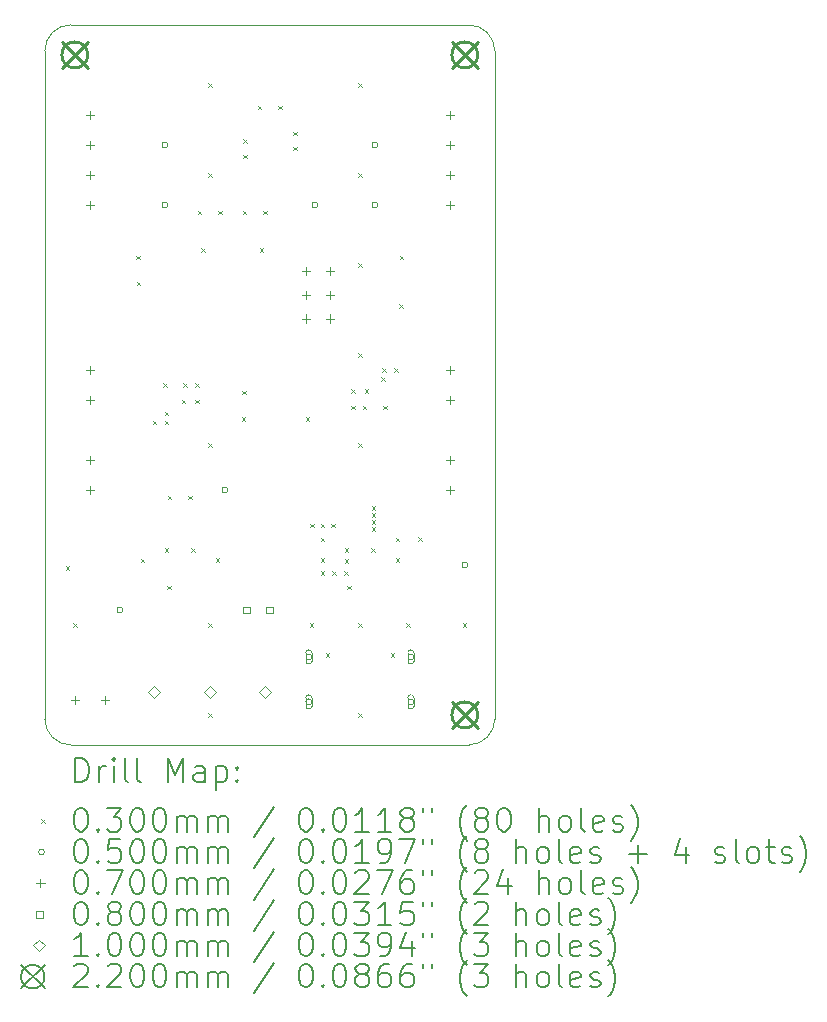
<source format=gbr>
%TF.GenerationSoftware,KiCad,Pcbnew,9.0.0*%
%TF.CreationDate,2025-03-07T15:22:56-06:00*%
%TF.ProjectId,robo-roach-v1.0,726f626f-2d72-46f6-9163-682d76312e30,rev?*%
%TF.SameCoordinates,Original*%
%TF.FileFunction,Drillmap*%
%TF.FilePolarity,Positive*%
%FSLAX45Y45*%
G04 Gerber Fmt 4.5, Leading zero omitted, Abs format (unit mm)*
G04 Created by KiCad (PCBNEW 9.0.0) date 2025-03-07 15:22:56*
%MOMM*%
%LPD*%
G01*
G04 APERTURE LIST*
%ADD10C,0.050000*%
%ADD11C,0.200000*%
%ADD12C,0.100000*%
%ADD13C,0.220000*%
G04 APERTURE END LIST*
D10*
X16290000Y-13716000D02*
X12920000Y-13716000D01*
X12920000Y-7620000D02*
X16290000Y-7620000D01*
X12920000Y-13716000D02*
G75*
G02*
X12700000Y-13496000I0J220000D01*
G01*
X12700000Y-7840000D02*
G75*
G02*
X12920000Y-7620000I220000J0D01*
G01*
X16510000Y-7840000D02*
X16510000Y-13496000D01*
X16290000Y-7620000D02*
G75*
G02*
X16510000Y-7840000I0J-220000D01*
G01*
X12700000Y-13496000D02*
X12700000Y-7840000D01*
X16510000Y-13496000D02*
G75*
G02*
X16290000Y-13716000I-220000J0D01*
G01*
D11*
D12*
X12875500Y-12201500D02*
X12905500Y-12231500D01*
X12905500Y-12201500D02*
X12875500Y-12231500D01*
X12939000Y-12685000D02*
X12969000Y-12715000D01*
X12969000Y-12685000D02*
X12939000Y-12715000D01*
X13474750Y-9573500D02*
X13504750Y-9603500D01*
X13504750Y-9573500D02*
X13474750Y-9603500D01*
X13477250Y-9796000D02*
X13507250Y-9826000D01*
X13507250Y-9796000D02*
X13477250Y-9826000D01*
X13510500Y-12141250D02*
X13540500Y-12171250D01*
X13540500Y-12141250D02*
X13510500Y-12171250D01*
X13612100Y-10970500D02*
X13642100Y-11000500D01*
X13642100Y-10970500D02*
X13612100Y-11000500D01*
X13701000Y-10653000D02*
X13731000Y-10683000D01*
X13731000Y-10653000D02*
X13701000Y-10683000D01*
X13714250Y-12050000D02*
X13744250Y-12080000D01*
X13744250Y-12050000D02*
X13714250Y-12080000D01*
X13715000Y-10970500D02*
X13745000Y-11000500D01*
X13745000Y-10970500D02*
X13715000Y-11000500D01*
X13716000Y-10893500D02*
X13746000Y-10923500D01*
X13746000Y-10893500D02*
X13716000Y-10923500D01*
X13736750Y-12367500D02*
X13766750Y-12397500D01*
X13766750Y-12367500D02*
X13736750Y-12397500D01*
X13741750Y-11605500D02*
X13771750Y-11635500D01*
X13771750Y-11605500D02*
X13741750Y-11635500D01*
X13858500Y-10793500D02*
X13888500Y-10823500D01*
X13888500Y-10793500D02*
X13858500Y-10823500D01*
X13873500Y-10653000D02*
X13903500Y-10683000D01*
X13903500Y-10653000D02*
X13873500Y-10683000D01*
X13914250Y-11605500D02*
X13944250Y-11635500D01*
X13944250Y-11605500D02*
X13914250Y-11635500D01*
X13941750Y-12050000D02*
X13971750Y-12080000D01*
X13971750Y-12050000D02*
X13941750Y-12080000D01*
X13975000Y-10655000D02*
X14005000Y-10685000D01*
X14005000Y-10655000D02*
X13975000Y-10685000D01*
X13975000Y-10792700D02*
X14005000Y-10822700D01*
X14005000Y-10792700D02*
X13975000Y-10822700D01*
X13995750Y-9192500D02*
X14025750Y-9222500D01*
X14025750Y-9192500D02*
X13995750Y-9222500D01*
X14025000Y-9510000D02*
X14055000Y-9540000D01*
X14055000Y-9510000D02*
X14025000Y-9540000D01*
X14082000Y-8113000D02*
X14112000Y-8143000D01*
X14112000Y-8113000D02*
X14082000Y-8143000D01*
X14082000Y-8875000D02*
X14112000Y-8905000D01*
X14112000Y-8875000D02*
X14082000Y-8905000D01*
X14082000Y-11161000D02*
X14112000Y-11191000D01*
X14112000Y-11161000D02*
X14082000Y-11191000D01*
X14082000Y-12685000D02*
X14112000Y-12715000D01*
X14112000Y-12685000D02*
X14082000Y-12715000D01*
X14082000Y-13447000D02*
X14112000Y-13477000D01*
X14112000Y-13447000D02*
X14082000Y-13477000D01*
X14145500Y-12136250D02*
X14175500Y-12166250D01*
X14175500Y-12136250D02*
X14145500Y-12166250D01*
X14168250Y-9192500D02*
X14198250Y-9222500D01*
X14198250Y-9192500D02*
X14168250Y-9222500D01*
X14368000Y-10940250D02*
X14398000Y-10970250D01*
X14398000Y-10940250D02*
X14368000Y-10970250D01*
X14371750Y-10716500D02*
X14401750Y-10746500D01*
X14401750Y-10716500D02*
X14371750Y-10746500D01*
X14376750Y-9192500D02*
X14406750Y-9222500D01*
X14406750Y-9192500D02*
X14376750Y-9222500D01*
X14378750Y-8588500D02*
X14408750Y-8618500D01*
X14408750Y-8588500D02*
X14378750Y-8618500D01*
X14378750Y-8718500D02*
X14408750Y-8748500D01*
X14408750Y-8718500D02*
X14378750Y-8748500D01*
X14503750Y-8303500D02*
X14533750Y-8333500D01*
X14533750Y-8303500D02*
X14503750Y-8333500D01*
X14520000Y-9510000D02*
X14550000Y-9540000D01*
X14550000Y-9510000D02*
X14520000Y-9540000D01*
X14549250Y-9192500D02*
X14579250Y-9222500D01*
X14579250Y-9192500D02*
X14549250Y-9222500D01*
X14676250Y-8303500D02*
X14706250Y-8333500D01*
X14706250Y-8303500D02*
X14676250Y-8333500D01*
X14801250Y-8523500D02*
X14831250Y-8553500D01*
X14831250Y-8523500D02*
X14801250Y-8553500D01*
X14801250Y-8653500D02*
X14831250Y-8683500D01*
X14831250Y-8653500D02*
X14801250Y-8683500D01*
X14907500Y-10942750D02*
X14937500Y-10972750D01*
X14937500Y-10942750D02*
X14907500Y-10972750D01*
X14943250Y-12685000D02*
X14973250Y-12715000D01*
X14973250Y-12685000D02*
X14943250Y-12715000D01*
X14945000Y-11845000D02*
X14975000Y-11875000D01*
X14975000Y-11845000D02*
X14945000Y-11875000D01*
X15034500Y-11963750D02*
X15064500Y-11993750D01*
X15064500Y-11963750D02*
X15034500Y-11993750D01*
X15034500Y-12136250D02*
X15064500Y-12166250D01*
X15064500Y-12136250D02*
X15034500Y-12166250D01*
X15035000Y-11845000D02*
X15065000Y-11875000D01*
X15065000Y-11845000D02*
X15035000Y-11875000D01*
X15035000Y-12245000D02*
X15065000Y-12275000D01*
X15065000Y-12245000D02*
X15035000Y-12275000D01*
X15077000Y-12938500D02*
X15107000Y-12968500D01*
X15107000Y-12938500D02*
X15077000Y-12968500D01*
X15125000Y-11845000D02*
X15155000Y-11875000D01*
X15155000Y-11845000D02*
X15125000Y-11875000D01*
X15135000Y-12245000D02*
X15165000Y-12275000D01*
X15165000Y-12245000D02*
X15135000Y-12275000D01*
X15235000Y-12245000D02*
X15265000Y-12275000D01*
X15265000Y-12245000D02*
X15235000Y-12275000D01*
X15238250Y-12050000D02*
X15268250Y-12080000D01*
X15268250Y-12050000D02*
X15238250Y-12080000D01*
X15238250Y-12145000D02*
X15268250Y-12175000D01*
X15268250Y-12145000D02*
X15238250Y-12175000D01*
X15260750Y-12367500D02*
X15290750Y-12397500D01*
X15290750Y-12367500D02*
X15260750Y-12397500D01*
X15295000Y-10705000D02*
X15325000Y-10735000D01*
X15325000Y-10705000D02*
X15295000Y-10735000D01*
X15295000Y-10845000D02*
X15325000Y-10875000D01*
X15325000Y-10845000D02*
X15295000Y-10875000D01*
X15352000Y-8113000D02*
X15382000Y-8143000D01*
X15382000Y-8113000D02*
X15352000Y-8143000D01*
X15352000Y-8875000D02*
X15382000Y-8905000D01*
X15382000Y-8875000D02*
X15352000Y-8905000D01*
X15352000Y-9637000D02*
X15382000Y-9667000D01*
X15382000Y-9637000D02*
X15352000Y-9667000D01*
X15352000Y-10399000D02*
X15382000Y-10429000D01*
X15382000Y-10399000D02*
X15352000Y-10429000D01*
X15352000Y-11161000D02*
X15382000Y-11191000D01*
X15382000Y-11161000D02*
X15352000Y-11191000D01*
X15352000Y-12685000D02*
X15382000Y-12715000D01*
X15382000Y-12685000D02*
X15352000Y-12715000D01*
X15352000Y-13447000D02*
X15382000Y-13477000D01*
X15382000Y-13447000D02*
X15352000Y-13477000D01*
X15392750Y-10843500D02*
X15422750Y-10873500D01*
X15422750Y-10843500D02*
X15392750Y-10873500D01*
X15407750Y-10703000D02*
X15437750Y-10733000D01*
X15437750Y-10703000D02*
X15407750Y-10733000D01*
X15465750Y-12050000D02*
X15495750Y-12080000D01*
X15495750Y-12050000D02*
X15465750Y-12080000D01*
X15468250Y-11695000D02*
X15498250Y-11725000D01*
X15498250Y-11695000D02*
X15468250Y-11725000D01*
X15468250Y-11755000D02*
X15498250Y-11785000D01*
X15498250Y-11755000D02*
X15468250Y-11785000D01*
X15468250Y-11815000D02*
X15498250Y-11845000D01*
X15498250Y-11815000D02*
X15468250Y-11845000D01*
X15468250Y-11875000D02*
X15498250Y-11905000D01*
X15498250Y-11875000D02*
X15468250Y-11905000D01*
X15550250Y-10603000D02*
X15580250Y-10633000D01*
X15580250Y-10603000D02*
X15550250Y-10633000D01*
X15555200Y-10525000D02*
X15585200Y-10555000D01*
X15585200Y-10525000D02*
X15555200Y-10555000D01*
X15565250Y-10843500D02*
X15595250Y-10873500D01*
X15595250Y-10843500D02*
X15565250Y-10873500D01*
X15627000Y-12938500D02*
X15657000Y-12968500D01*
X15657000Y-12938500D02*
X15627000Y-12968500D01*
X15656800Y-10526000D02*
X15686800Y-10556000D01*
X15686800Y-10526000D02*
X15656800Y-10556000D01*
X15669500Y-11963750D02*
X15699500Y-11993750D01*
X15699500Y-11963750D02*
X15669500Y-11993750D01*
X15669500Y-12136250D02*
X15699500Y-12166250D01*
X15699500Y-12136250D02*
X15669500Y-12166250D01*
X15702750Y-9986000D02*
X15732750Y-10016000D01*
X15732750Y-9986000D02*
X15702750Y-10016000D01*
X15705250Y-9573500D02*
X15735250Y-9603500D01*
X15735250Y-9573500D02*
X15705250Y-9603500D01*
X15760750Y-12685000D02*
X15790750Y-12715000D01*
X15790750Y-12685000D02*
X15760750Y-12715000D01*
X15860000Y-11958750D02*
X15890000Y-11988750D01*
X15890000Y-11958750D02*
X15860000Y-11988750D01*
X16238829Y-12685000D02*
X16268829Y-12715000D01*
X16268829Y-12685000D02*
X16238829Y-12715000D01*
X13360000Y-12573000D02*
G75*
G02*
X13310000Y-12573000I-25000J0D01*
G01*
X13310000Y-12573000D02*
G75*
G02*
X13360000Y-12573000I25000J0D01*
G01*
X13741000Y-8636000D02*
G75*
G02*
X13691000Y-8636000I-25000J0D01*
G01*
X13691000Y-8636000D02*
G75*
G02*
X13741000Y-8636000I25000J0D01*
G01*
X13741000Y-9144000D02*
G75*
G02*
X13691000Y-9144000I-25000J0D01*
G01*
X13691000Y-9144000D02*
G75*
G02*
X13741000Y-9144000I25000J0D01*
G01*
X14249000Y-11557000D02*
G75*
G02*
X14199000Y-11557000I-25000J0D01*
G01*
X14199000Y-11557000D02*
G75*
G02*
X14249000Y-11557000I25000J0D01*
G01*
X14960000Y-12971500D02*
G75*
G02*
X14910000Y-12971500I-25000J0D01*
G01*
X14910000Y-12971500D02*
G75*
G02*
X14960000Y-12971500I25000J0D01*
G01*
X14910000Y-12936500D02*
X14910000Y-13006500D01*
X14960000Y-13006500D02*
G75*
G02*
X14910000Y-13006500I-25000J0D01*
G01*
X14960000Y-13006500D02*
X14960000Y-12936500D01*
X14960000Y-12936500D02*
G75*
G03*
X14910000Y-12936500I-25000J0D01*
G01*
X14960000Y-13351500D02*
G75*
G02*
X14910000Y-13351500I-25000J0D01*
G01*
X14910000Y-13351500D02*
G75*
G02*
X14960000Y-13351500I25000J0D01*
G01*
X14910000Y-13316500D02*
X14910000Y-13386500D01*
X14960000Y-13386500D02*
G75*
G02*
X14910000Y-13386500I-25000J0D01*
G01*
X14960000Y-13386500D02*
X14960000Y-13316500D01*
X14960000Y-13316500D02*
G75*
G03*
X14910000Y-13316500I-25000J0D01*
G01*
X15011000Y-9144000D02*
G75*
G02*
X14961000Y-9144000I-25000J0D01*
G01*
X14961000Y-9144000D02*
G75*
G02*
X15011000Y-9144000I25000J0D01*
G01*
X15519000Y-8636000D02*
G75*
G02*
X15469000Y-8636000I-25000J0D01*
G01*
X15469000Y-8636000D02*
G75*
G02*
X15519000Y-8636000I25000J0D01*
G01*
X15519000Y-9144000D02*
G75*
G02*
X15469000Y-9144000I-25000J0D01*
G01*
X15469000Y-9144000D02*
G75*
G02*
X15519000Y-9144000I25000J0D01*
G01*
X15824000Y-12971500D02*
G75*
G02*
X15774000Y-12971500I-25000J0D01*
G01*
X15774000Y-12971500D02*
G75*
G02*
X15824000Y-12971500I25000J0D01*
G01*
X15774000Y-12936500D02*
X15774000Y-13006500D01*
X15824000Y-13006500D02*
G75*
G02*
X15774000Y-13006500I-25000J0D01*
G01*
X15824000Y-13006500D02*
X15824000Y-12936500D01*
X15824000Y-12936500D02*
G75*
G03*
X15774000Y-12936500I-25000J0D01*
G01*
X15824000Y-13351500D02*
G75*
G02*
X15774000Y-13351500I-25000J0D01*
G01*
X15774000Y-13351500D02*
G75*
G02*
X15824000Y-13351500I25000J0D01*
G01*
X15774000Y-13316500D02*
X15774000Y-13386500D01*
X15824000Y-13386500D02*
G75*
G02*
X15774000Y-13386500I-25000J0D01*
G01*
X15824000Y-13386500D02*
X15824000Y-13316500D01*
X15824000Y-13316500D02*
G75*
G03*
X15774000Y-13316500I-25000J0D01*
G01*
X16281000Y-12192000D02*
G75*
G02*
X16231000Y-12192000I-25000J0D01*
G01*
X16231000Y-12192000D02*
G75*
G02*
X16281000Y-12192000I25000J0D01*
G01*
X12954000Y-13300000D02*
X12954000Y-13370000D01*
X12919000Y-13335000D02*
X12989000Y-13335000D01*
X13081000Y-8347000D02*
X13081000Y-8417000D01*
X13046000Y-8382000D02*
X13116000Y-8382000D01*
X13081000Y-8601000D02*
X13081000Y-8671000D01*
X13046000Y-8636000D02*
X13116000Y-8636000D01*
X13081000Y-8855000D02*
X13081000Y-8925000D01*
X13046000Y-8890000D02*
X13116000Y-8890000D01*
X13081000Y-9109000D02*
X13081000Y-9179000D01*
X13046000Y-9144000D02*
X13116000Y-9144000D01*
X13081000Y-10506000D02*
X13081000Y-10576000D01*
X13046000Y-10541000D02*
X13116000Y-10541000D01*
X13081000Y-10760000D02*
X13081000Y-10830000D01*
X13046000Y-10795000D02*
X13116000Y-10795000D01*
X13081000Y-11268000D02*
X13081000Y-11338000D01*
X13046000Y-11303000D02*
X13116000Y-11303000D01*
X13081000Y-11522000D02*
X13081000Y-11592000D01*
X13046000Y-11557000D02*
X13116000Y-11557000D01*
X13208000Y-13300000D02*
X13208000Y-13370000D01*
X13173000Y-13335000D02*
X13243000Y-13335000D01*
X14913000Y-9671000D02*
X14913000Y-9741000D01*
X14878000Y-9706000D02*
X14948000Y-9706000D01*
X14913000Y-9871000D02*
X14913000Y-9941000D01*
X14878000Y-9906000D02*
X14948000Y-9906000D01*
X14913000Y-10071000D02*
X14913000Y-10141000D01*
X14878000Y-10106000D02*
X14948000Y-10106000D01*
X15113000Y-9671000D02*
X15113000Y-9741000D01*
X15078000Y-9706000D02*
X15148000Y-9706000D01*
X15113000Y-9871000D02*
X15113000Y-9941000D01*
X15078000Y-9906000D02*
X15148000Y-9906000D01*
X15113000Y-10071000D02*
X15113000Y-10141000D01*
X15078000Y-10106000D02*
X15148000Y-10106000D01*
X16129000Y-8347000D02*
X16129000Y-8417000D01*
X16094000Y-8382000D02*
X16164000Y-8382000D01*
X16129000Y-8601000D02*
X16129000Y-8671000D01*
X16094000Y-8636000D02*
X16164000Y-8636000D01*
X16129000Y-8855000D02*
X16129000Y-8925000D01*
X16094000Y-8890000D02*
X16164000Y-8890000D01*
X16129000Y-9109000D02*
X16129000Y-9179000D01*
X16094000Y-9144000D02*
X16164000Y-9144000D01*
X16129000Y-10506000D02*
X16129000Y-10576000D01*
X16094000Y-10541000D02*
X16164000Y-10541000D01*
X16129000Y-10760000D02*
X16129000Y-10830000D01*
X16094000Y-10795000D02*
X16164000Y-10795000D01*
X16129000Y-11268000D02*
X16129000Y-11338000D01*
X16094000Y-11303000D02*
X16164000Y-11303000D01*
X16129000Y-11522000D02*
X16129000Y-11592000D01*
X16094000Y-11557000D02*
X16164000Y-11557000D01*
X14433284Y-12601284D02*
X14433284Y-12544715D01*
X14376715Y-12544715D01*
X14376715Y-12601284D01*
X14433284Y-12601284D01*
X14633284Y-12601284D02*
X14633284Y-12544715D01*
X14576715Y-12544715D01*
X14576715Y-12601284D01*
X14633284Y-12601284D01*
X13627000Y-13321500D02*
X13677000Y-13271500D01*
X13627000Y-13221500D01*
X13577000Y-13271500D01*
X13627000Y-13321500D01*
X14097000Y-13321500D02*
X14147000Y-13271500D01*
X14097000Y-13221500D01*
X14047000Y-13271500D01*
X14097000Y-13321500D01*
X14567000Y-13321500D02*
X14617000Y-13271500D01*
X14567000Y-13221500D01*
X14517000Y-13271500D01*
X14567000Y-13321500D01*
D13*
X12844000Y-7764000D02*
X13064000Y-7984000D01*
X13064000Y-7764000D02*
X12844000Y-7984000D01*
X13064000Y-7874000D02*
G75*
G02*
X12844000Y-7874000I-110000J0D01*
G01*
X12844000Y-7874000D02*
G75*
G02*
X13064000Y-7874000I110000J0D01*
G01*
X16146000Y-7764000D02*
X16366000Y-7984000D01*
X16366000Y-7764000D02*
X16146000Y-7984000D01*
X16366000Y-7874000D02*
G75*
G02*
X16146000Y-7874000I-110000J0D01*
G01*
X16146000Y-7874000D02*
G75*
G02*
X16366000Y-7874000I110000J0D01*
G01*
X16146000Y-13352000D02*
X16366000Y-13572000D01*
X16366000Y-13352000D02*
X16146000Y-13572000D01*
X16366000Y-13462000D02*
G75*
G02*
X16146000Y-13462000I-110000J0D01*
G01*
X16146000Y-13462000D02*
G75*
G02*
X16366000Y-13462000I110000J0D01*
G01*
D11*
X12958277Y-14029984D02*
X12958277Y-13829984D01*
X12958277Y-13829984D02*
X13005896Y-13829984D01*
X13005896Y-13829984D02*
X13034467Y-13839508D01*
X13034467Y-13839508D02*
X13053515Y-13858555D01*
X13053515Y-13858555D02*
X13063039Y-13877603D01*
X13063039Y-13877603D02*
X13072562Y-13915698D01*
X13072562Y-13915698D02*
X13072562Y-13944269D01*
X13072562Y-13944269D02*
X13063039Y-13982365D01*
X13063039Y-13982365D02*
X13053515Y-14001412D01*
X13053515Y-14001412D02*
X13034467Y-14020460D01*
X13034467Y-14020460D02*
X13005896Y-14029984D01*
X13005896Y-14029984D02*
X12958277Y-14029984D01*
X13158277Y-14029984D02*
X13158277Y-13896650D01*
X13158277Y-13934746D02*
X13167801Y-13915698D01*
X13167801Y-13915698D02*
X13177324Y-13906174D01*
X13177324Y-13906174D02*
X13196372Y-13896650D01*
X13196372Y-13896650D02*
X13215420Y-13896650D01*
X13282086Y-14029984D02*
X13282086Y-13896650D01*
X13282086Y-13829984D02*
X13272562Y-13839508D01*
X13272562Y-13839508D02*
X13282086Y-13849031D01*
X13282086Y-13849031D02*
X13291610Y-13839508D01*
X13291610Y-13839508D02*
X13282086Y-13829984D01*
X13282086Y-13829984D02*
X13282086Y-13849031D01*
X13405896Y-14029984D02*
X13386848Y-14020460D01*
X13386848Y-14020460D02*
X13377324Y-14001412D01*
X13377324Y-14001412D02*
X13377324Y-13829984D01*
X13510658Y-14029984D02*
X13491610Y-14020460D01*
X13491610Y-14020460D02*
X13482086Y-14001412D01*
X13482086Y-14001412D02*
X13482086Y-13829984D01*
X13739229Y-14029984D02*
X13739229Y-13829984D01*
X13739229Y-13829984D02*
X13805896Y-13972841D01*
X13805896Y-13972841D02*
X13872562Y-13829984D01*
X13872562Y-13829984D02*
X13872562Y-14029984D01*
X14053515Y-14029984D02*
X14053515Y-13925222D01*
X14053515Y-13925222D02*
X14043991Y-13906174D01*
X14043991Y-13906174D02*
X14024943Y-13896650D01*
X14024943Y-13896650D02*
X13986848Y-13896650D01*
X13986848Y-13896650D02*
X13967801Y-13906174D01*
X14053515Y-14020460D02*
X14034467Y-14029984D01*
X14034467Y-14029984D02*
X13986848Y-14029984D01*
X13986848Y-14029984D02*
X13967801Y-14020460D01*
X13967801Y-14020460D02*
X13958277Y-14001412D01*
X13958277Y-14001412D02*
X13958277Y-13982365D01*
X13958277Y-13982365D02*
X13967801Y-13963317D01*
X13967801Y-13963317D02*
X13986848Y-13953793D01*
X13986848Y-13953793D02*
X14034467Y-13953793D01*
X14034467Y-13953793D02*
X14053515Y-13944269D01*
X14148753Y-13896650D02*
X14148753Y-14096650D01*
X14148753Y-13906174D02*
X14167801Y-13896650D01*
X14167801Y-13896650D02*
X14205896Y-13896650D01*
X14205896Y-13896650D02*
X14224943Y-13906174D01*
X14224943Y-13906174D02*
X14234467Y-13915698D01*
X14234467Y-13915698D02*
X14243991Y-13934746D01*
X14243991Y-13934746D02*
X14243991Y-13991888D01*
X14243991Y-13991888D02*
X14234467Y-14010936D01*
X14234467Y-14010936D02*
X14224943Y-14020460D01*
X14224943Y-14020460D02*
X14205896Y-14029984D01*
X14205896Y-14029984D02*
X14167801Y-14029984D01*
X14167801Y-14029984D02*
X14148753Y-14020460D01*
X14329705Y-14010936D02*
X14339229Y-14020460D01*
X14339229Y-14020460D02*
X14329705Y-14029984D01*
X14329705Y-14029984D02*
X14320182Y-14020460D01*
X14320182Y-14020460D02*
X14329705Y-14010936D01*
X14329705Y-14010936D02*
X14329705Y-14029984D01*
X14329705Y-13906174D02*
X14339229Y-13915698D01*
X14339229Y-13915698D02*
X14329705Y-13925222D01*
X14329705Y-13925222D02*
X14320182Y-13915698D01*
X14320182Y-13915698D02*
X14329705Y-13906174D01*
X14329705Y-13906174D02*
X14329705Y-13925222D01*
D12*
X12667500Y-14343500D02*
X12697500Y-14373500D01*
X12697500Y-14343500D02*
X12667500Y-14373500D01*
D11*
X12996372Y-14249984D02*
X13015420Y-14249984D01*
X13015420Y-14249984D02*
X13034467Y-14259508D01*
X13034467Y-14259508D02*
X13043991Y-14269031D01*
X13043991Y-14269031D02*
X13053515Y-14288079D01*
X13053515Y-14288079D02*
X13063039Y-14326174D01*
X13063039Y-14326174D02*
X13063039Y-14373793D01*
X13063039Y-14373793D02*
X13053515Y-14411888D01*
X13053515Y-14411888D02*
X13043991Y-14430936D01*
X13043991Y-14430936D02*
X13034467Y-14440460D01*
X13034467Y-14440460D02*
X13015420Y-14449984D01*
X13015420Y-14449984D02*
X12996372Y-14449984D01*
X12996372Y-14449984D02*
X12977324Y-14440460D01*
X12977324Y-14440460D02*
X12967801Y-14430936D01*
X12967801Y-14430936D02*
X12958277Y-14411888D01*
X12958277Y-14411888D02*
X12948753Y-14373793D01*
X12948753Y-14373793D02*
X12948753Y-14326174D01*
X12948753Y-14326174D02*
X12958277Y-14288079D01*
X12958277Y-14288079D02*
X12967801Y-14269031D01*
X12967801Y-14269031D02*
X12977324Y-14259508D01*
X12977324Y-14259508D02*
X12996372Y-14249984D01*
X13148753Y-14430936D02*
X13158277Y-14440460D01*
X13158277Y-14440460D02*
X13148753Y-14449984D01*
X13148753Y-14449984D02*
X13139229Y-14440460D01*
X13139229Y-14440460D02*
X13148753Y-14430936D01*
X13148753Y-14430936D02*
X13148753Y-14449984D01*
X13224943Y-14249984D02*
X13348753Y-14249984D01*
X13348753Y-14249984D02*
X13282086Y-14326174D01*
X13282086Y-14326174D02*
X13310658Y-14326174D01*
X13310658Y-14326174D02*
X13329705Y-14335698D01*
X13329705Y-14335698D02*
X13339229Y-14345222D01*
X13339229Y-14345222D02*
X13348753Y-14364269D01*
X13348753Y-14364269D02*
X13348753Y-14411888D01*
X13348753Y-14411888D02*
X13339229Y-14430936D01*
X13339229Y-14430936D02*
X13329705Y-14440460D01*
X13329705Y-14440460D02*
X13310658Y-14449984D01*
X13310658Y-14449984D02*
X13253515Y-14449984D01*
X13253515Y-14449984D02*
X13234467Y-14440460D01*
X13234467Y-14440460D02*
X13224943Y-14430936D01*
X13472562Y-14249984D02*
X13491610Y-14249984D01*
X13491610Y-14249984D02*
X13510658Y-14259508D01*
X13510658Y-14259508D02*
X13520182Y-14269031D01*
X13520182Y-14269031D02*
X13529705Y-14288079D01*
X13529705Y-14288079D02*
X13539229Y-14326174D01*
X13539229Y-14326174D02*
X13539229Y-14373793D01*
X13539229Y-14373793D02*
X13529705Y-14411888D01*
X13529705Y-14411888D02*
X13520182Y-14430936D01*
X13520182Y-14430936D02*
X13510658Y-14440460D01*
X13510658Y-14440460D02*
X13491610Y-14449984D01*
X13491610Y-14449984D02*
X13472562Y-14449984D01*
X13472562Y-14449984D02*
X13453515Y-14440460D01*
X13453515Y-14440460D02*
X13443991Y-14430936D01*
X13443991Y-14430936D02*
X13434467Y-14411888D01*
X13434467Y-14411888D02*
X13424943Y-14373793D01*
X13424943Y-14373793D02*
X13424943Y-14326174D01*
X13424943Y-14326174D02*
X13434467Y-14288079D01*
X13434467Y-14288079D02*
X13443991Y-14269031D01*
X13443991Y-14269031D02*
X13453515Y-14259508D01*
X13453515Y-14259508D02*
X13472562Y-14249984D01*
X13663039Y-14249984D02*
X13682086Y-14249984D01*
X13682086Y-14249984D02*
X13701134Y-14259508D01*
X13701134Y-14259508D02*
X13710658Y-14269031D01*
X13710658Y-14269031D02*
X13720182Y-14288079D01*
X13720182Y-14288079D02*
X13729705Y-14326174D01*
X13729705Y-14326174D02*
X13729705Y-14373793D01*
X13729705Y-14373793D02*
X13720182Y-14411888D01*
X13720182Y-14411888D02*
X13710658Y-14430936D01*
X13710658Y-14430936D02*
X13701134Y-14440460D01*
X13701134Y-14440460D02*
X13682086Y-14449984D01*
X13682086Y-14449984D02*
X13663039Y-14449984D01*
X13663039Y-14449984D02*
X13643991Y-14440460D01*
X13643991Y-14440460D02*
X13634467Y-14430936D01*
X13634467Y-14430936D02*
X13624943Y-14411888D01*
X13624943Y-14411888D02*
X13615420Y-14373793D01*
X13615420Y-14373793D02*
X13615420Y-14326174D01*
X13615420Y-14326174D02*
X13624943Y-14288079D01*
X13624943Y-14288079D02*
X13634467Y-14269031D01*
X13634467Y-14269031D02*
X13643991Y-14259508D01*
X13643991Y-14259508D02*
X13663039Y-14249984D01*
X13815420Y-14449984D02*
X13815420Y-14316650D01*
X13815420Y-14335698D02*
X13824943Y-14326174D01*
X13824943Y-14326174D02*
X13843991Y-14316650D01*
X13843991Y-14316650D02*
X13872563Y-14316650D01*
X13872563Y-14316650D02*
X13891610Y-14326174D01*
X13891610Y-14326174D02*
X13901134Y-14345222D01*
X13901134Y-14345222D02*
X13901134Y-14449984D01*
X13901134Y-14345222D02*
X13910658Y-14326174D01*
X13910658Y-14326174D02*
X13929705Y-14316650D01*
X13929705Y-14316650D02*
X13958277Y-14316650D01*
X13958277Y-14316650D02*
X13977324Y-14326174D01*
X13977324Y-14326174D02*
X13986848Y-14345222D01*
X13986848Y-14345222D02*
X13986848Y-14449984D01*
X14082086Y-14449984D02*
X14082086Y-14316650D01*
X14082086Y-14335698D02*
X14091610Y-14326174D01*
X14091610Y-14326174D02*
X14110658Y-14316650D01*
X14110658Y-14316650D02*
X14139229Y-14316650D01*
X14139229Y-14316650D02*
X14158277Y-14326174D01*
X14158277Y-14326174D02*
X14167801Y-14345222D01*
X14167801Y-14345222D02*
X14167801Y-14449984D01*
X14167801Y-14345222D02*
X14177324Y-14326174D01*
X14177324Y-14326174D02*
X14196372Y-14316650D01*
X14196372Y-14316650D02*
X14224943Y-14316650D01*
X14224943Y-14316650D02*
X14243991Y-14326174D01*
X14243991Y-14326174D02*
X14253515Y-14345222D01*
X14253515Y-14345222D02*
X14253515Y-14449984D01*
X14643991Y-14240460D02*
X14472563Y-14497603D01*
X14901134Y-14249984D02*
X14920182Y-14249984D01*
X14920182Y-14249984D02*
X14939229Y-14259508D01*
X14939229Y-14259508D02*
X14948753Y-14269031D01*
X14948753Y-14269031D02*
X14958277Y-14288079D01*
X14958277Y-14288079D02*
X14967801Y-14326174D01*
X14967801Y-14326174D02*
X14967801Y-14373793D01*
X14967801Y-14373793D02*
X14958277Y-14411888D01*
X14958277Y-14411888D02*
X14948753Y-14430936D01*
X14948753Y-14430936D02*
X14939229Y-14440460D01*
X14939229Y-14440460D02*
X14920182Y-14449984D01*
X14920182Y-14449984D02*
X14901134Y-14449984D01*
X14901134Y-14449984D02*
X14882086Y-14440460D01*
X14882086Y-14440460D02*
X14872563Y-14430936D01*
X14872563Y-14430936D02*
X14863039Y-14411888D01*
X14863039Y-14411888D02*
X14853515Y-14373793D01*
X14853515Y-14373793D02*
X14853515Y-14326174D01*
X14853515Y-14326174D02*
X14863039Y-14288079D01*
X14863039Y-14288079D02*
X14872563Y-14269031D01*
X14872563Y-14269031D02*
X14882086Y-14259508D01*
X14882086Y-14259508D02*
X14901134Y-14249984D01*
X15053515Y-14430936D02*
X15063039Y-14440460D01*
X15063039Y-14440460D02*
X15053515Y-14449984D01*
X15053515Y-14449984D02*
X15043991Y-14440460D01*
X15043991Y-14440460D02*
X15053515Y-14430936D01*
X15053515Y-14430936D02*
X15053515Y-14449984D01*
X15186848Y-14249984D02*
X15205896Y-14249984D01*
X15205896Y-14249984D02*
X15224944Y-14259508D01*
X15224944Y-14259508D02*
X15234467Y-14269031D01*
X15234467Y-14269031D02*
X15243991Y-14288079D01*
X15243991Y-14288079D02*
X15253515Y-14326174D01*
X15253515Y-14326174D02*
X15253515Y-14373793D01*
X15253515Y-14373793D02*
X15243991Y-14411888D01*
X15243991Y-14411888D02*
X15234467Y-14430936D01*
X15234467Y-14430936D02*
X15224944Y-14440460D01*
X15224944Y-14440460D02*
X15205896Y-14449984D01*
X15205896Y-14449984D02*
X15186848Y-14449984D01*
X15186848Y-14449984D02*
X15167801Y-14440460D01*
X15167801Y-14440460D02*
X15158277Y-14430936D01*
X15158277Y-14430936D02*
X15148753Y-14411888D01*
X15148753Y-14411888D02*
X15139229Y-14373793D01*
X15139229Y-14373793D02*
X15139229Y-14326174D01*
X15139229Y-14326174D02*
X15148753Y-14288079D01*
X15148753Y-14288079D02*
X15158277Y-14269031D01*
X15158277Y-14269031D02*
X15167801Y-14259508D01*
X15167801Y-14259508D02*
X15186848Y-14249984D01*
X15443991Y-14449984D02*
X15329706Y-14449984D01*
X15386848Y-14449984D02*
X15386848Y-14249984D01*
X15386848Y-14249984D02*
X15367801Y-14278555D01*
X15367801Y-14278555D02*
X15348753Y-14297603D01*
X15348753Y-14297603D02*
X15329706Y-14307127D01*
X15634467Y-14449984D02*
X15520182Y-14449984D01*
X15577325Y-14449984D02*
X15577325Y-14249984D01*
X15577325Y-14249984D02*
X15558277Y-14278555D01*
X15558277Y-14278555D02*
X15539229Y-14297603D01*
X15539229Y-14297603D02*
X15520182Y-14307127D01*
X15748753Y-14335698D02*
X15729706Y-14326174D01*
X15729706Y-14326174D02*
X15720182Y-14316650D01*
X15720182Y-14316650D02*
X15710658Y-14297603D01*
X15710658Y-14297603D02*
X15710658Y-14288079D01*
X15710658Y-14288079D02*
X15720182Y-14269031D01*
X15720182Y-14269031D02*
X15729706Y-14259508D01*
X15729706Y-14259508D02*
X15748753Y-14249984D01*
X15748753Y-14249984D02*
X15786848Y-14249984D01*
X15786848Y-14249984D02*
X15805896Y-14259508D01*
X15805896Y-14259508D02*
X15815420Y-14269031D01*
X15815420Y-14269031D02*
X15824944Y-14288079D01*
X15824944Y-14288079D02*
X15824944Y-14297603D01*
X15824944Y-14297603D02*
X15815420Y-14316650D01*
X15815420Y-14316650D02*
X15805896Y-14326174D01*
X15805896Y-14326174D02*
X15786848Y-14335698D01*
X15786848Y-14335698D02*
X15748753Y-14335698D01*
X15748753Y-14335698D02*
X15729706Y-14345222D01*
X15729706Y-14345222D02*
X15720182Y-14354746D01*
X15720182Y-14354746D02*
X15710658Y-14373793D01*
X15710658Y-14373793D02*
X15710658Y-14411888D01*
X15710658Y-14411888D02*
X15720182Y-14430936D01*
X15720182Y-14430936D02*
X15729706Y-14440460D01*
X15729706Y-14440460D02*
X15748753Y-14449984D01*
X15748753Y-14449984D02*
X15786848Y-14449984D01*
X15786848Y-14449984D02*
X15805896Y-14440460D01*
X15805896Y-14440460D02*
X15815420Y-14430936D01*
X15815420Y-14430936D02*
X15824944Y-14411888D01*
X15824944Y-14411888D02*
X15824944Y-14373793D01*
X15824944Y-14373793D02*
X15815420Y-14354746D01*
X15815420Y-14354746D02*
X15805896Y-14345222D01*
X15805896Y-14345222D02*
X15786848Y-14335698D01*
X15901134Y-14249984D02*
X15901134Y-14288079D01*
X15977325Y-14249984D02*
X15977325Y-14288079D01*
X16272563Y-14526174D02*
X16263039Y-14516650D01*
X16263039Y-14516650D02*
X16243991Y-14488079D01*
X16243991Y-14488079D02*
X16234468Y-14469031D01*
X16234468Y-14469031D02*
X16224944Y-14440460D01*
X16224944Y-14440460D02*
X16215420Y-14392841D01*
X16215420Y-14392841D02*
X16215420Y-14354746D01*
X16215420Y-14354746D02*
X16224944Y-14307127D01*
X16224944Y-14307127D02*
X16234468Y-14278555D01*
X16234468Y-14278555D02*
X16243991Y-14259508D01*
X16243991Y-14259508D02*
X16263039Y-14230936D01*
X16263039Y-14230936D02*
X16272563Y-14221412D01*
X16377325Y-14335698D02*
X16358277Y-14326174D01*
X16358277Y-14326174D02*
X16348753Y-14316650D01*
X16348753Y-14316650D02*
X16339229Y-14297603D01*
X16339229Y-14297603D02*
X16339229Y-14288079D01*
X16339229Y-14288079D02*
X16348753Y-14269031D01*
X16348753Y-14269031D02*
X16358277Y-14259508D01*
X16358277Y-14259508D02*
X16377325Y-14249984D01*
X16377325Y-14249984D02*
X16415420Y-14249984D01*
X16415420Y-14249984D02*
X16434468Y-14259508D01*
X16434468Y-14259508D02*
X16443991Y-14269031D01*
X16443991Y-14269031D02*
X16453515Y-14288079D01*
X16453515Y-14288079D02*
X16453515Y-14297603D01*
X16453515Y-14297603D02*
X16443991Y-14316650D01*
X16443991Y-14316650D02*
X16434468Y-14326174D01*
X16434468Y-14326174D02*
X16415420Y-14335698D01*
X16415420Y-14335698D02*
X16377325Y-14335698D01*
X16377325Y-14335698D02*
X16358277Y-14345222D01*
X16358277Y-14345222D02*
X16348753Y-14354746D01*
X16348753Y-14354746D02*
X16339229Y-14373793D01*
X16339229Y-14373793D02*
X16339229Y-14411888D01*
X16339229Y-14411888D02*
X16348753Y-14430936D01*
X16348753Y-14430936D02*
X16358277Y-14440460D01*
X16358277Y-14440460D02*
X16377325Y-14449984D01*
X16377325Y-14449984D02*
X16415420Y-14449984D01*
X16415420Y-14449984D02*
X16434468Y-14440460D01*
X16434468Y-14440460D02*
X16443991Y-14430936D01*
X16443991Y-14430936D02*
X16453515Y-14411888D01*
X16453515Y-14411888D02*
X16453515Y-14373793D01*
X16453515Y-14373793D02*
X16443991Y-14354746D01*
X16443991Y-14354746D02*
X16434468Y-14345222D01*
X16434468Y-14345222D02*
X16415420Y-14335698D01*
X16577325Y-14249984D02*
X16596372Y-14249984D01*
X16596372Y-14249984D02*
X16615420Y-14259508D01*
X16615420Y-14259508D02*
X16624944Y-14269031D01*
X16624944Y-14269031D02*
X16634468Y-14288079D01*
X16634468Y-14288079D02*
X16643991Y-14326174D01*
X16643991Y-14326174D02*
X16643991Y-14373793D01*
X16643991Y-14373793D02*
X16634468Y-14411888D01*
X16634468Y-14411888D02*
X16624944Y-14430936D01*
X16624944Y-14430936D02*
X16615420Y-14440460D01*
X16615420Y-14440460D02*
X16596372Y-14449984D01*
X16596372Y-14449984D02*
X16577325Y-14449984D01*
X16577325Y-14449984D02*
X16558277Y-14440460D01*
X16558277Y-14440460D02*
X16548753Y-14430936D01*
X16548753Y-14430936D02*
X16539229Y-14411888D01*
X16539229Y-14411888D02*
X16529706Y-14373793D01*
X16529706Y-14373793D02*
X16529706Y-14326174D01*
X16529706Y-14326174D02*
X16539229Y-14288079D01*
X16539229Y-14288079D02*
X16548753Y-14269031D01*
X16548753Y-14269031D02*
X16558277Y-14259508D01*
X16558277Y-14259508D02*
X16577325Y-14249984D01*
X16882087Y-14449984D02*
X16882087Y-14249984D01*
X16967801Y-14449984D02*
X16967801Y-14345222D01*
X16967801Y-14345222D02*
X16958277Y-14326174D01*
X16958277Y-14326174D02*
X16939230Y-14316650D01*
X16939230Y-14316650D02*
X16910658Y-14316650D01*
X16910658Y-14316650D02*
X16891611Y-14326174D01*
X16891611Y-14326174D02*
X16882087Y-14335698D01*
X17091611Y-14449984D02*
X17072563Y-14440460D01*
X17072563Y-14440460D02*
X17063039Y-14430936D01*
X17063039Y-14430936D02*
X17053515Y-14411888D01*
X17053515Y-14411888D02*
X17053515Y-14354746D01*
X17053515Y-14354746D02*
X17063039Y-14335698D01*
X17063039Y-14335698D02*
X17072563Y-14326174D01*
X17072563Y-14326174D02*
X17091611Y-14316650D01*
X17091611Y-14316650D02*
X17120182Y-14316650D01*
X17120182Y-14316650D02*
X17139230Y-14326174D01*
X17139230Y-14326174D02*
X17148753Y-14335698D01*
X17148753Y-14335698D02*
X17158277Y-14354746D01*
X17158277Y-14354746D02*
X17158277Y-14411888D01*
X17158277Y-14411888D02*
X17148753Y-14430936D01*
X17148753Y-14430936D02*
X17139230Y-14440460D01*
X17139230Y-14440460D02*
X17120182Y-14449984D01*
X17120182Y-14449984D02*
X17091611Y-14449984D01*
X17272563Y-14449984D02*
X17253515Y-14440460D01*
X17253515Y-14440460D02*
X17243992Y-14421412D01*
X17243992Y-14421412D02*
X17243992Y-14249984D01*
X17424944Y-14440460D02*
X17405896Y-14449984D01*
X17405896Y-14449984D02*
X17367801Y-14449984D01*
X17367801Y-14449984D02*
X17348753Y-14440460D01*
X17348753Y-14440460D02*
X17339230Y-14421412D01*
X17339230Y-14421412D02*
X17339230Y-14345222D01*
X17339230Y-14345222D02*
X17348753Y-14326174D01*
X17348753Y-14326174D02*
X17367801Y-14316650D01*
X17367801Y-14316650D02*
X17405896Y-14316650D01*
X17405896Y-14316650D02*
X17424944Y-14326174D01*
X17424944Y-14326174D02*
X17434468Y-14345222D01*
X17434468Y-14345222D02*
X17434468Y-14364269D01*
X17434468Y-14364269D02*
X17339230Y-14383317D01*
X17510658Y-14440460D02*
X17529706Y-14449984D01*
X17529706Y-14449984D02*
X17567801Y-14449984D01*
X17567801Y-14449984D02*
X17586849Y-14440460D01*
X17586849Y-14440460D02*
X17596373Y-14421412D01*
X17596373Y-14421412D02*
X17596373Y-14411888D01*
X17596373Y-14411888D02*
X17586849Y-14392841D01*
X17586849Y-14392841D02*
X17567801Y-14383317D01*
X17567801Y-14383317D02*
X17539230Y-14383317D01*
X17539230Y-14383317D02*
X17520182Y-14373793D01*
X17520182Y-14373793D02*
X17510658Y-14354746D01*
X17510658Y-14354746D02*
X17510658Y-14345222D01*
X17510658Y-14345222D02*
X17520182Y-14326174D01*
X17520182Y-14326174D02*
X17539230Y-14316650D01*
X17539230Y-14316650D02*
X17567801Y-14316650D01*
X17567801Y-14316650D02*
X17586849Y-14326174D01*
X17663039Y-14526174D02*
X17672563Y-14516650D01*
X17672563Y-14516650D02*
X17691611Y-14488079D01*
X17691611Y-14488079D02*
X17701134Y-14469031D01*
X17701134Y-14469031D02*
X17710658Y-14440460D01*
X17710658Y-14440460D02*
X17720182Y-14392841D01*
X17720182Y-14392841D02*
X17720182Y-14354746D01*
X17720182Y-14354746D02*
X17710658Y-14307127D01*
X17710658Y-14307127D02*
X17701134Y-14278555D01*
X17701134Y-14278555D02*
X17691611Y-14259508D01*
X17691611Y-14259508D02*
X17672563Y-14230936D01*
X17672563Y-14230936D02*
X17663039Y-14221412D01*
D12*
X12697500Y-14622500D02*
G75*
G02*
X12647500Y-14622500I-25000J0D01*
G01*
X12647500Y-14622500D02*
G75*
G02*
X12697500Y-14622500I25000J0D01*
G01*
D11*
X12996372Y-14513984D02*
X13015420Y-14513984D01*
X13015420Y-14513984D02*
X13034467Y-14523508D01*
X13034467Y-14523508D02*
X13043991Y-14533031D01*
X13043991Y-14533031D02*
X13053515Y-14552079D01*
X13053515Y-14552079D02*
X13063039Y-14590174D01*
X13063039Y-14590174D02*
X13063039Y-14637793D01*
X13063039Y-14637793D02*
X13053515Y-14675888D01*
X13053515Y-14675888D02*
X13043991Y-14694936D01*
X13043991Y-14694936D02*
X13034467Y-14704460D01*
X13034467Y-14704460D02*
X13015420Y-14713984D01*
X13015420Y-14713984D02*
X12996372Y-14713984D01*
X12996372Y-14713984D02*
X12977324Y-14704460D01*
X12977324Y-14704460D02*
X12967801Y-14694936D01*
X12967801Y-14694936D02*
X12958277Y-14675888D01*
X12958277Y-14675888D02*
X12948753Y-14637793D01*
X12948753Y-14637793D02*
X12948753Y-14590174D01*
X12948753Y-14590174D02*
X12958277Y-14552079D01*
X12958277Y-14552079D02*
X12967801Y-14533031D01*
X12967801Y-14533031D02*
X12977324Y-14523508D01*
X12977324Y-14523508D02*
X12996372Y-14513984D01*
X13148753Y-14694936D02*
X13158277Y-14704460D01*
X13158277Y-14704460D02*
X13148753Y-14713984D01*
X13148753Y-14713984D02*
X13139229Y-14704460D01*
X13139229Y-14704460D02*
X13148753Y-14694936D01*
X13148753Y-14694936D02*
X13148753Y-14713984D01*
X13339229Y-14513984D02*
X13243991Y-14513984D01*
X13243991Y-14513984D02*
X13234467Y-14609222D01*
X13234467Y-14609222D02*
X13243991Y-14599698D01*
X13243991Y-14599698D02*
X13263039Y-14590174D01*
X13263039Y-14590174D02*
X13310658Y-14590174D01*
X13310658Y-14590174D02*
X13329705Y-14599698D01*
X13329705Y-14599698D02*
X13339229Y-14609222D01*
X13339229Y-14609222D02*
X13348753Y-14628269D01*
X13348753Y-14628269D02*
X13348753Y-14675888D01*
X13348753Y-14675888D02*
X13339229Y-14694936D01*
X13339229Y-14694936D02*
X13329705Y-14704460D01*
X13329705Y-14704460D02*
X13310658Y-14713984D01*
X13310658Y-14713984D02*
X13263039Y-14713984D01*
X13263039Y-14713984D02*
X13243991Y-14704460D01*
X13243991Y-14704460D02*
X13234467Y-14694936D01*
X13472562Y-14513984D02*
X13491610Y-14513984D01*
X13491610Y-14513984D02*
X13510658Y-14523508D01*
X13510658Y-14523508D02*
X13520182Y-14533031D01*
X13520182Y-14533031D02*
X13529705Y-14552079D01*
X13529705Y-14552079D02*
X13539229Y-14590174D01*
X13539229Y-14590174D02*
X13539229Y-14637793D01*
X13539229Y-14637793D02*
X13529705Y-14675888D01*
X13529705Y-14675888D02*
X13520182Y-14694936D01*
X13520182Y-14694936D02*
X13510658Y-14704460D01*
X13510658Y-14704460D02*
X13491610Y-14713984D01*
X13491610Y-14713984D02*
X13472562Y-14713984D01*
X13472562Y-14713984D02*
X13453515Y-14704460D01*
X13453515Y-14704460D02*
X13443991Y-14694936D01*
X13443991Y-14694936D02*
X13434467Y-14675888D01*
X13434467Y-14675888D02*
X13424943Y-14637793D01*
X13424943Y-14637793D02*
X13424943Y-14590174D01*
X13424943Y-14590174D02*
X13434467Y-14552079D01*
X13434467Y-14552079D02*
X13443991Y-14533031D01*
X13443991Y-14533031D02*
X13453515Y-14523508D01*
X13453515Y-14523508D02*
X13472562Y-14513984D01*
X13663039Y-14513984D02*
X13682086Y-14513984D01*
X13682086Y-14513984D02*
X13701134Y-14523508D01*
X13701134Y-14523508D02*
X13710658Y-14533031D01*
X13710658Y-14533031D02*
X13720182Y-14552079D01*
X13720182Y-14552079D02*
X13729705Y-14590174D01*
X13729705Y-14590174D02*
X13729705Y-14637793D01*
X13729705Y-14637793D02*
X13720182Y-14675888D01*
X13720182Y-14675888D02*
X13710658Y-14694936D01*
X13710658Y-14694936D02*
X13701134Y-14704460D01*
X13701134Y-14704460D02*
X13682086Y-14713984D01*
X13682086Y-14713984D02*
X13663039Y-14713984D01*
X13663039Y-14713984D02*
X13643991Y-14704460D01*
X13643991Y-14704460D02*
X13634467Y-14694936D01*
X13634467Y-14694936D02*
X13624943Y-14675888D01*
X13624943Y-14675888D02*
X13615420Y-14637793D01*
X13615420Y-14637793D02*
X13615420Y-14590174D01*
X13615420Y-14590174D02*
X13624943Y-14552079D01*
X13624943Y-14552079D02*
X13634467Y-14533031D01*
X13634467Y-14533031D02*
X13643991Y-14523508D01*
X13643991Y-14523508D02*
X13663039Y-14513984D01*
X13815420Y-14713984D02*
X13815420Y-14580650D01*
X13815420Y-14599698D02*
X13824943Y-14590174D01*
X13824943Y-14590174D02*
X13843991Y-14580650D01*
X13843991Y-14580650D02*
X13872563Y-14580650D01*
X13872563Y-14580650D02*
X13891610Y-14590174D01*
X13891610Y-14590174D02*
X13901134Y-14609222D01*
X13901134Y-14609222D02*
X13901134Y-14713984D01*
X13901134Y-14609222D02*
X13910658Y-14590174D01*
X13910658Y-14590174D02*
X13929705Y-14580650D01*
X13929705Y-14580650D02*
X13958277Y-14580650D01*
X13958277Y-14580650D02*
X13977324Y-14590174D01*
X13977324Y-14590174D02*
X13986848Y-14609222D01*
X13986848Y-14609222D02*
X13986848Y-14713984D01*
X14082086Y-14713984D02*
X14082086Y-14580650D01*
X14082086Y-14599698D02*
X14091610Y-14590174D01*
X14091610Y-14590174D02*
X14110658Y-14580650D01*
X14110658Y-14580650D02*
X14139229Y-14580650D01*
X14139229Y-14580650D02*
X14158277Y-14590174D01*
X14158277Y-14590174D02*
X14167801Y-14609222D01*
X14167801Y-14609222D02*
X14167801Y-14713984D01*
X14167801Y-14609222D02*
X14177324Y-14590174D01*
X14177324Y-14590174D02*
X14196372Y-14580650D01*
X14196372Y-14580650D02*
X14224943Y-14580650D01*
X14224943Y-14580650D02*
X14243991Y-14590174D01*
X14243991Y-14590174D02*
X14253515Y-14609222D01*
X14253515Y-14609222D02*
X14253515Y-14713984D01*
X14643991Y-14504460D02*
X14472563Y-14761603D01*
X14901134Y-14513984D02*
X14920182Y-14513984D01*
X14920182Y-14513984D02*
X14939229Y-14523508D01*
X14939229Y-14523508D02*
X14948753Y-14533031D01*
X14948753Y-14533031D02*
X14958277Y-14552079D01*
X14958277Y-14552079D02*
X14967801Y-14590174D01*
X14967801Y-14590174D02*
X14967801Y-14637793D01*
X14967801Y-14637793D02*
X14958277Y-14675888D01*
X14958277Y-14675888D02*
X14948753Y-14694936D01*
X14948753Y-14694936D02*
X14939229Y-14704460D01*
X14939229Y-14704460D02*
X14920182Y-14713984D01*
X14920182Y-14713984D02*
X14901134Y-14713984D01*
X14901134Y-14713984D02*
X14882086Y-14704460D01*
X14882086Y-14704460D02*
X14872563Y-14694936D01*
X14872563Y-14694936D02*
X14863039Y-14675888D01*
X14863039Y-14675888D02*
X14853515Y-14637793D01*
X14853515Y-14637793D02*
X14853515Y-14590174D01*
X14853515Y-14590174D02*
X14863039Y-14552079D01*
X14863039Y-14552079D02*
X14872563Y-14533031D01*
X14872563Y-14533031D02*
X14882086Y-14523508D01*
X14882086Y-14523508D02*
X14901134Y-14513984D01*
X15053515Y-14694936D02*
X15063039Y-14704460D01*
X15063039Y-14704460D02*
X15053515Y-14713984D01*
X15053515Y-14713984D02*
X15043991Y-14704460D01*
X15043991Y-14704460D02*
X15053515Y-14694936D01*
X15053515Y-14694936D02*
X15053515Y-14713984D01*
X15186848Y-14513984D02*
X15205896Y-14513984D01*
X15205896Y-14513984D02*
X15224944Y-14523508D01*
X15224944Y-14523508D02*
X15234467Y-14533031D01*
X15234467Y-14533031D02*
X15243991Y-14552079D01*
X15243991Y-14552079D02*
X15253515Y-14590174D01*
X15253515Y-14590174D02*
X15253515Y-14637793D01*
X15253515Y-14637793D02*
X15243991Y-14675888D01*
X15243991Y-14675888D02*
X15234467Y-14694936D01*
X15234467Y-14694936D02*
X15224944Y-14704460D01*
X15224944Y-14704460D02*
X15205896Y-14713984D01*
X15205896Y-14713984D02*
X15186848Y-14713984D01*
X15186848Y-14713984D02*
X15167801Y-14704460D01*
X15167801Y-14704460D02*
X15158277Y-14694936D01*
X15158277Y-14694936D02*
X15148753Y-14675888D01*
X15148753Y-14675888D02*
X15139229Y-14637793D01*
X15139229Y-14637793D02*
X15139229Y-14590174D01*
X15139229Y-14590174D02*
X15148753Y-14552079D01*
X15148753Y-14552079D02*
X15158277Y-14533031D01*
X15158277Y-14533031D02*
X15167801Y-14523508D01*
X15167801Y-14523508D02*
X15186848Y-14513984D01*
X15443991Y-14713984D02*
X15329706Y-14713984D01*
X15386848Y-14713984D02*
X15386848Y-14513984D01*
X15386848Y-14513984D02*
X15367801Y-14542555D01*
X15367801Y-14542555D02*
X15348753Y-14561603D01*
X15348753Y-14561603D02*
X15329706Y-14571127D01*
X15539229Y-14713984D02*
X15577325Y-14713984D01*
X15577325Y-14713984D02*
X15596372Y-14704460D01*
X15596372Y-14704460D02*
X15605896Y-14694936D01*
X15605896Y-14694936D02*
X15624944Y-14666365D01*
X15624944Y-14666365D02*
X15634467Y-14628269D01*
X15634467Y-14628269D02*
X15634467Y-14552079D01*
X15634467Y-14552079D02*
X15624944Y-14533031D01*
X15624944Y-14533031D02*
X15615420Y-14523508D01*
X15615420Y-14523508D02*
X15596372Y-14513984D01*
X15596372Y-14513984D02*
X15558277Y-14513984D01*
X15558277Y-14513984D02*
X15539229Y-14523508D01*
X15539229Y-14523508D02*
X15529706Y-14533031D01*
X15529706Y-14533031D02*
X15520182Y-14552079D01*
X15520182Y-14552079D02*
X15520182Y-14599698D01*
X15520182Y-14599698D02*
X15529706Y-14618746D01*
X15529706Y-14618746D02*
X15539229Y-14628269D01*
X15539229Y-14628269D02*
X15558277Y-14637793D01*
X15558277Y-14637793D02*
X15596372Y-14637793D01*
X15596372Y-14637793D02*
X15615420Y-14628269D01*
X15615420Y-14628269D02*
X15624944Y-14618746D01*
X15624944Y-14618746D02*
X15634467Y-14599698D01*
X15701134Y-14513984D02*
X15834467Y-14513984D01*
X15834467Y-14513984D02*
X15748753Y-14713984D01*
X15901134Y-14513984D02*
X15901134Y-14552079D01*
X15977325Y-14513984D02*
X15977325Y-14552079D01*
X16272563Y-14790174D02*
X16263039Y-14780650D01*
X16263039Y-14780650D02*
X16243991Y-14752079D01*
X16243991Y-14752079D02*
X16234468Y-14733031D01*
X16234468Y-14733031D02*
X16224944Y-14704460D01*
X16224944Y-14704460D02*
X16215420Y-14656841D01*
X16215420Y-14656841D02*
X16215420Y-14618746D01*
X16215420Y-14618746D02*
X16224944Y-14571127D01*
X16224944Y-14571127D02*
X16234468Y-14542555D01*
X16234468Y-14542555D02*
X16243991Y-14523508D01*
X16243991Y-14523508D02*
X16263039Y-14494936D01*
X16263039Y-14494936D02*
X16272563Y-14485412D01*
X16377325Y-14599698D02*
X16358277Y-14590174D01*
X16358277Y-14590174D02*
X16348753Y-14580650D01*
X16348753Y-14580650D02*
X16339229Y-14561603D01*
X16339229Y-14561603D02*
X16339229Y-14552079D01*
X16339229Y-14552079D02*
X16348753Y-14533031D01*
X16348753Y-14533031D02*
X16358277Y-14523508D01*
X16358277Y-14523508D02*
X16377325Y-14513984D01*
X16377325Y-14513984D02*
X16415420Y-14513984D01*
X16415420Y-14513984D02*
X16434468Y-14523508D01*
X16434468Y-14523508D02*
X16443991Y-14533031D01*
X16443991Y-14533031D02*
X16453515Y-14552079D01*
X16453515Y-14552079D02*
X16453515Y-14561603D01*
X16453515Y-14561603D02*
X16443991Y-14580650D01*
X16443991Y-14580650D02*
X16434468Y-14590174D01*
X16434468Y-14590174D02*
X16415420Y-14599698D01*
X16415420Y-14599698D02*
X16377325Y-14599698D01*
X16377325Y-14599698D02*
X16358277Y-14609222D01*
X16358277Y-14609222D02*
X16348753Y-14618746D01*
X16348753Y-14618746D02*
X16339229Y-14637793D01*
X16339229Y-14637793D02*
X16339229Y-14675888D01*
X16339229Y-14675888D02*
X16348753Y-14694936D01*
X16348753Y-14694936D02*
X16358277Y-14704460D01*
X16358277Y-14704460D02*
X16377325Y-14713984D01*
X16377325Y-14713984D02*
X16415420Y-14713984D01*
X16415420Y-14713984D02*
X16434468Y-14704460D01*
X16434468Y-14704460D02*
X16443991Y-14694936D01*
X16443991Y-14694936D02*
X16453515Y-14675888D01*
X16453515Y-14675888D02*
X16453515Y-14637793D01*
X16453515Y-14637793D02*
X16443991Y-14618746D01*
X16443991Y-14618746D02*
X16434468Y-14609222D01*
X16434468Y-14609222D02*
X16415420Y-14599698D01*
X16691610Y-14713984D02*
X16691610Y-14513984D01*
X16777325Y-14713984D02*
X16777325Y-14609222D01*
X16777325Y-14609222D02*
X16767801Y-14590174D01*
X16767801Y-14590174D02*
X16748753Y-14580650D01*
X16748753Y-14580650D02*
X16720182Y-14580650D01*
X16720182Y-14580650D02*
X16701134Y-14590174D01*
X16701134Y-14590174D02*
X16691610Y-14599698D01*
X16901134Y-14713984D02*
X16882087Y-14704460D01*
X16882087Y-14704460D02*
X16872563Y-14694936D01*
X16872563Y-14694936D02*
X16863039Y-14675888D01*
X16863039Y-14675888D02*
X16863039Y-14618746D01*
X16863039Y-14618746D02*
X16872563Y-14599698D01*
X16872563Y-14599698D02*
X16882087Y-14590174D01*
X16882087Y-14590174D02*
X16901134Y-14580650D01*
X16901134Y-14580650D02*
X16929706Y-14580650D01*
X16929706Y-14580650D02*
X16948753Y-14590174D01*
X16948753Y-14590174D02*
X16958277Y-14599698D01*
X16958277Y-14599698D02*
X16967801Y-14618746D01*
X16967801Y-14618746D02*
X16967801Y-14675888D01*
X16967801Y-14675888D02*
X16958277Y-14694936D01*
X16958277Y-14694936D02*
X16948753Y-14704460D01*
X16948753Y-14704460D02*
X16929706Y-14713984D01*
X16929706Y-14713984D02*
X16901134Y-14713984D01*
X17082087Y-14713984D02*
X17063039Y-14704460D01*
X17063039Y-14704460D02*
X17053515Y-14685412D01*
X17053515Y-14685412D02*
X17053515Y-14513984D01*
X17234468Y-14704460D02*
X17215420Y-14713984D01*
X17215420Y-14713984D02*
X17177325Y-14713984D01*
X17177325Y-14713984D02*
X17158277Y-14704460D01*
X17158277Y-14704460D02*
X17148753Y-14685412D01*
X17148753Y-14685412D02*
X17148753Y-14609222D01*
X17148753Y-14609222D02*
X17158277Y-14590174D01*
X17158277Y-14590174D02*
X17177325Y-14580650D01*
X17177325Y-14580650D02*
X17215420Y-14580650D01*
X17215420Y-14580650D02*
X17234468Y-14590174D01*
X17234468Y-14590174D02*
X17243992Y-14609222D01*
X17243992Y-14609222D02*
X17243992Y-14628269D01*
X17243992Y-14628269D02*
X17148753Y-14647317D01*
X17320182Y-14704460D02*
X17339230Y-14713984D01*
X17339230Y-14713984D02*
X17377325Y-14713984D01*
X17377325Y-14713984D02*
X17396373Y-14704460D01*
X17396373Y-14704460D02*
X17405896Y-14685412D01*
X17405896Y-14685412D02*
X17405896Y-14675888D01*
X17405896Y-14675888D02*
X17396373Y-14656841D01*
X17396373Y-14656841D02*
X17377325Y-14647317D01*
X17377325Y-14647317D02*
X17348753Y-14647317D01*
X17348753Y-14647317D02*
X17329706Y-14637793D01*
X17329706Y-14637793D02*
X17320182Y-14618746D01*
X17320182Y-14618746D02*
X17320182Y-14609222D01*
X17320182Y-14609222D02*
X17329706Y-14590174D01*
X17329706Y-14590174D02*
X17348753Y-14580650D01*
X17348753Y-14580650D02*
X17377325Y-14580650D01*
X17377325Y-14580650D02*
X17396373Y-14590174D01*
X17643992Y-14637793D02*
X17796373Y-14637793D01*
X17720182Y-14713984D02*
X17720182Y-14561603D01*
X18129706Y-14580650D02*
X18129706Y-14713984D01*
X18082087Y-14504460D02*
X18034468Y-14647317D01*
X18034468Y-14647317D02*
X18158277Y-14647317D01*
X18377325Y-14704460D02*
X18396373Y-14713984D01*
X18396373Y-14713984D02*
X18434468Y-14713984D01*
X18434468Y-14713984D02*
X18453516Y-14704460D01*
X18453516Y-14704460D02*
X18463039Y-14685412D01*
X18463039Y-14685412D02*
X18463039Y-14675888D01*
X18463039Y-14675888D02*
X18453516Y-14656841D01*
X18453516Y-14656841D02*
X18434468Y-14647317D01*
X18434468Y-14647317D02*
X18405896Y-14647317D01*
X18405896Y-14647317D02*
X18386849Y-14637793D01*
X18386849Y-14637793D02*
X18377325Y-14618746D01*
X18377325Y-14618746D02*
X18377325Y-14609222D01*
X18377325Y-14609222D02*
X18386849Y-14590174D01*
X18386849Y-14590174D02*
X18405896Y-14580650D01*
X18405896Y-14580650D02*
X18434468Y-14580650D01*
X18434468Y-14580650D02*
X18453516Y-14590174D01*
X18577325Y-14713984D02*
X18558277Y-14704460D01*
X18558277Y-14704460D02*
X18548754Y-14685412D01*
X18548754Y-14685412D02*
X18548754Y-14513984D01*
X18682087Y-14713984D02*
X18663039Y-14704460D01*
X18663039Y-14704460D02*
X18653516Y-14694936D01*
X18653516Y-14694936D02*
X18643992Y-14675888D01*
X18643992Y-14675888D02*
X18643992Y-14618746D01*
X18643992Y-14618746D02*
X18653516Y-14599698D01*
X18653516Y-14599698D02*
X18663039Y-14590174D01*
X18663039Y-14590174D02*
X18682087Y-14580650D01*
X18682087Y-14580650D02*
X18710658Y-14580650D01*
X18710658Y-14580650D02*
X18729706Y-14590174D01*
X18729706Y-14590174D02*
X18739230Y-14599698D01*
X18739230Y-14599698D02*
X18748754Y-14618746D01*
X18748754Y-14618746D02*
X18748754Y-14675888D01*
X18748754Y-14675888D02*
X18739230Y-14694936D01*
X18739230Y-14694936D02*
X18729706Y-14704460D01*
X18729706Y-14704460D02*
X18710658Y-14713984D01*
X18710658Y-14713984D02*
X18682087Y-14713984D01*
X18805897Y-14580650D02*
X18882087Y-14580650D01*
X18834468Y-14513984D02*
X18834468Y-14685412D01*
X18834468Y-14685412D02*
X18843992Y-14704460D01*
X18843992Y-14704460D02*
X18863039Y-14713984D01*
X18863039Y-14713984D02*
X18882087Y-14713984D01*
X18939230Y-14704460D02*
X18958277Y-14713984D01*
X18958277Y-14713984D02*
X18996373Y-14713984D01*
X18996373Y-14713984D02*
X19015420Y-14704460D01*
X19015420Y-14704460D02*
X19024944Y-14685412D01*
X19024944Y-14685412D02*
X19024944Y-14675888D01*
X19024944Y-14675888D02*
X19015420Y-14656841D01*
X19015420Y-14656841D02*
X18996373Y-14647317D01*
X18996373Y-14647317D02*
X18967801Y-14647317D01*
X18967801Y-14647317D02*
X18948754Y-14637793D01*
X18948754Y-14637793D02*
X18939230Y-14618746D01*
X18939230Y-14618746D02*
X18939230Y-14609222D01*
X18939230Y-14609222D02*
X18948754Y-14590174D01*
X18948754Y-14590174D02*
X18967801Y-14580650D01*
X18967801Y-14580650D02*
X18996373Y-14580650D01*
X18996373Y-14580650D02*
X19015420Y-14590174D01*
X19091611Y-14790174D02*
X19101135Y-14780650D01*
X19101135Y-14780650D02*
X19120182Y-14752079D01*
X19120182Y-14752079D02*
X19129706Y-14733031D01*
X19129706Y-14733031D02*
X19139230Y-14704460D01*
X19139230Y-14704460D02*
X19148754Y-14656841D01*
X19148754Y-14656841D02*
X19148754Y-14618746D01*
X19148754Y-14618746D02*
X19139230Y-14571127D01*
X19139230Y-14571127D02*
X19129706Y-14542555D01*
X19129706Y-14542555D02*
X19120182Y-14523508D01*
X19120182Y-14523508D02*
X19101135Y-14494936D01*
X19101135Y-14494936D02*
X19091611Y-14485412D01*
D12*
X12662500Y-14851500D02*
X12662500Y-14921500D01*
X12627500Y-14886500D02*
X12697500Y-14886500D01*
D11*
X12996372Y-14777984D02*
X13015420Y-14777984D01*
X13015420Y-14777984D02*
X13034467Y-14787508D01*
X13034467Y-14787508D02*
X13043991Y-14797031D01*
X13043991Y-14797031D02*
X13053515Y-14816079D01*
X13053515Y-14816079D02*
X13063039Y-14854174D01*
X13063039Y-14854174D02*
X13063039Y-14901793D01*
X13063039Y-14901793D02*
X13053515Y-14939888D01*
X13053515Y-14939888D02*
X13043991Y-14958936D01*
X13043991Y-14958936D02*
X13034467Y-14968460D01*
X13034467Y-14968460D02*
X13015420Y-14977984D01*
X13015420Y-14977984D02*
X12996372Y-14977984D01*
X12996372Y-14977984D02*
X12977324Y-14968460D01*
X12977324Y-14968460D02*
X12967801Y-14958936D01*
X12967801Y-14958936D02*
X12958277Y-14939888D01*
X12958277Y-14939888D02*
X12948753Y-14901793D01*
X12948753Y-14901793D02*
X12948753Y-14854174D01*
X12948753Y-14854174D02*
X12958277Y-14816079D01*
X12958277Y-14816079D02*
X12967801Y-14797031D01*
X12967801Y-14797031D02*
X12977324Y-14787508D01*
X12977324Y-14787508D02*
X12996372Y-14777984D01*
X13148753Y-14958936D02*
X13158277Y-14968460D01*
X13158277Y-14968460D02*
X13148753Y-14977984D01*
X13148753Y-14977984D02*
X13139229Y-14968460D01*
X13139229Y-14968460D02*
X13148753Y-14958936D01*
X13148753Y-14958936D02*
X13148753Y-14977984D01*
X13224943Y-14777984D02*
X13358277Y-14777984D01*
X13358277Y-14777984D02*
X13272562Y-14977984D01*
X13472562Y-14777984D02*
X13491610Y-14777984D01*
X13491610Y-14777984D02*
X13510658Y-14787508D01*
X13510658Y-14787508D02*
X13520182Y-14797031D01*
X13520182Y-14797031D02*
X13529705Y-14816079D01*
X13529705Y-14816079D02*
X13539229Y-14854174D01*
X13539229Y-14854174D02*
X13539229Y-14901793D01*
X13539229Y-14901793D02*
X13529705Y-14939888D01*
X13529705Y-14939888D02*
X13520182Y-14958936D01*
X13520182Y-14958936D02*
X13510658Y-14968460D01*
X13510658Y-14968460D02*
X13491610Y-14977984D01*
X13491610Y-14977984D02*
X13472562Y-14977984D01*
X13472562Y-14977984D02*
X13453515Y-14968460D01*
X13453515Y-14968460D02*
X13443991Y-14958936D01*
X13443991Y-14958936D02*
X13434467Y-14939888D01*
X13434467Y-14939888D02*
X13424943Y-14901793D01*
X13424943Y-14901793D02*
X13424943Y-14854174D01*
X13424943Y-14854174D02*
X13434467Y-14816079D01*
X13434467Y-14816079D02*
X13443991Y-14797031D01*
X13443991Y-14797031D02*
X13453515Y-14787508D01*
X13453515Y-14787508D02*
X13472562Y-14777984D01*
X13663039Y-14777984D02*
X13682086Y-14777984D01*
X13682086Y-14777984D02*
X13701134Y-14787508D01*
X13701134Y-14787508D02*
X13710658Y-14797031D01*
X13710658Y-14797031D02*
X13720182Y-14816079D01*
X13720182Y-14816079D02*
X13729705Y-14854174D01*
X13729705Y-14854174D02*
X13729705Y-14901793D01*
X13729705Y-14901793D02*
X13720182Y-14939888D01*
X13720182Y-14939888D02*
X13710658Y-14958936D01*
X13710658Y-14958936D02*
X13701134Y-14968460D01*
X13701134Y-14968460D02*
X13682086Y-14977984D01*
X13682086Y-14977984D02*
X13663039Y-14977984D01*
X13663039Y-14977984D02*
X13643991Y-14968460D01*
X13643991Y-14968460D02*
X13634467Y-14958936D01*
X13634467Y-14958936D02*
X13624943Y-14939888D01*
X13624943Y-14939888D02*
X13615420Y-14901793D01*
X13615420Y-14901793D02*
X13615420Y-14854174D01*
X13615420Y-14854174D02*
X13624943Y-14816079D01*
X13624943Y-14816079D02*
X13634467Y-14797031D01*
X13634467Y-14797031D02*
X13643991Y-14787508D01*
X13643991Y-14787508D02*
X13663039Y-14777984D01*
X13815420Y-14977984D02*
X13815420Y-14844650D01*
X13815420Y-14863698D02*
X13824943Y-14854174D01*
X13824943Y-14854174D02*
X13843991Y-14844650D01*
X13843991Y-14844650D02*
X13872563Y-14844650D01*
X13872563Y-14844650D02*
X13891610Y-14854174D01*
X13891610Y-14854174D02*
X13901134Y-14873222D01*
X13901134Y-14873222D02*
X13901134Y-14977984D01*
X13901134Y-14873222D02*
X13910658Y-14854174D01*
X13910658Y-14854174D02*
X13929705Y-14844650D01*
X13929705Y-14844650D02*
X13958277Y-14844650D01*
X13958277Y-14844650D02*
X13977324Y-14854174D01*
X13977324Y-14854174D02*
X13986848Y-14873222D01*
X13986848Y-14873222D02*
X13986848Y-14977984D01*
X14082086Y-14977984D02*
X14082086Y-14844650D01*
X14082086Y-14863698D02*
X14091610Y-14854174D01*
X14091610Y-14854174D02*
X14110658Y-14844650D01*
X14110658Y-14844650D02*
X14139229Y-14844650D01*
X14139229Y-14844650D02*
X14158277Y-14854174D01*
X14158277Y-14854174D02*
X14167801Y-14873222D01*
X14167801Y-14873222D02*
X14167801Y-14977984D01*
X14167801Y-14873222D02*
X14177324Y-14854174D01*
X14177324Y-14854174D02*
X14196372Y-14844650D01*
X14196372Y-14844650D02*
X14224943Y-14844650D01*
X14224943Y-14844650D02*
X14243991Y-14854174D01*
X14243991Y-14854174D02*
X14253515Y-14873222D01*
X14253515Y-14873222D02*
X14253515Y-14977984D01*
X14643991Y-14768460D02*
X14472563Y-15025603D01*
X14901134Y-14777984D02*
X14920182Y-14777984D01*
X14920182Y-14777984D02*
X14939229Y-14787508D01*
X14939229Y-14787508D02*
X14948753Y-14797031D01*
X14948753Y-14797031D02*
X14958277Y-14816079D01*
X14958277Y-14816079D02*
X14967801Y-14854174D01*
X14967801Y-14854174D02*
X14967801Y-14901793D01*
X14967801Y-14901793D02*
X14958277Y-14939888D01*
X14958277Y-14939888D02*
X14948753Y-14958936D01*
X14948753Y-14958936D02*
X14939229Y-14968460D01*
X14939229Y-14968460D02*
X14920182Y-14977984D01*
X14920182Y-14977984D02*
X14901134Y-14977984D01*
X14901134Y-14977984D02*
X14882086Y-14968460D01*
X14882086Y-14968460D02*
X14872563Y-14958936D01*
X14872563Y-14958936D02*
X14863039Y-14939888D01*
X14863039Y-14939888D02*
X14853515Y-14901793D01*
X14853515Y-14901793D02*
X14853515Y-14854174D01*
X14853515Y-14854174D02*
X14863039Y-14816079D01*
X14863039Y-14816079D02*
X14872563Y-14797031D01*
X14872563Y-14797031D02*
X14882086Y-14787508D01*
X14882086Y-14787508D02*
X14901134Y-14777984D01*
X15053515Y-14958936D02*
X15063039Y-14968460D01*
X15063039Y-14968460D02*
X15053515Y-14977984D01*
X15053515Y-14977984D02*
X15043991Y-14968460D01*
X15043991Y-14968460D02*
X15053515Y-14958936D01*
X15053515Y-14958936D02*
X15053515Y-14977984D01*
X15186848Y-14777984D02*
X15205896Y-14777984D01*
X15205896Y-14777984D02*
X15224944Y-14787508D01*
X15224944Y-14787508D02*
X15234467Y-14797031D01*
X15234467Y-14797031D02*
X15243991Y-14816079D01*
X15243991Y-14816079D02*
X15253515Y-14854174D01*
X15253515Y-14854174D02*
X15253515Y-14901793D01*
X15253515Y-14901793D02*
X15243991Y-14939888D01*
X15243991Y-14939888D02*
X15234467Y-14958936D01*
X15234467Y-14958936D02*
X15224944Y-14968460D01*
X15224944Y-14968460D02*
X15205896Y-14977984D01*
X15205896Y-14977984D02*
X15186848Y-14977984D01*
X15186848Y-14977984D02*
X15167801Y-14968460D01*
X15167801Y-14968460D02*
X15158277Y-14958936D01*
X15158277Y-14958936D02*
X15148753Y-14939888D01*
X15148753Y-14939888D02*
X15139229Y-14901793D01*
X15139229Y-14901793D02*
X15139229Y-14854174D01*
X15139229Y-14854174D02*
X15148753Y-14816079D01*
X15148753Y-14816079D02*
X15158277Y-14797031D01*
X15158277Y-14797031D02*
X15167801Y-14787508D01*
X15167801Y-14787508D02*
X15186848Y-14777984D01*
X15329706Y-14797031D02*
X15339229Y-14787508D01*
X15339229Y-14787508D02*
X15358277Y-14777984D01*
X15358277Y-14777984D02*
X15405896Y-14777984D01*
X15405896Y-14777984D02*
X15424944Y-14787508D01*
X15424944Y-14787508D02*
X15434467Y-14797031D01*
X15434467Y-14797031D02*
X15443991Y-14816079D01*
X15443991Y-14816079D02*
X15443991Y-14835127D01*
X15443991Y-14835127D02*
X15434467Y-14863698D01*
X15434467Y-14863698D02*
X15320182Y-14977984D01*
X15320182Y-14977984D02*
X15443991Y-14977984D01*
X15510658Y-14777984D02*
X15643991Y-14777984D01*
X15643991Y-14777984D02*
X15558277Y-14977984D01*
X15805896Y-14777984D02*
X15767801Y-14777984D01*
X15767801Y-14777984D02*
X15748753Y-14787508D01*
X15748753Y-14787508D02*
X15739229Y-14797031D01*
X15739229Y-14797031D02*
X15720182Y-14825603D01*
X15720182Y-14825603D02*
X15710658Y-14863698D01*
X15710658Y-14863698D02*
X15710658Y-14939888D01*
X15710658Y-14939888D02*
X15720182Y-14958936D01*
X15720182Y-14958936D02*
X15729706Y-14968460D01*
X15729706Y-14968460D02*
X15748753Y-14977984D01*
X15748753Y-14977984D02*
X15786848Y-14977984D01*
X15786848Y-14977984D02*
X15805896Y-14968460D01*
X15805896Y-14968460D02*
X15815420Y-14958936D01*
X15815420Y-14958936D02*
X15824944Y-14939888D01*
X15824944Y-14939888D02*
X15824944Y-14892269D01*
X15824944Y-14892269D02*
X15815420Y-14873222D01*
X15815420Y-14873222D02*
X15805896Y-14863698D01*
X15805896Y-14863698D02*
X15786848Y-14854174D01*
X15786848Y-14854174D02*
X15748753Y-14854174D01*
X15748753Y-14854174D02*
X15729706Y-14863698D01*
X15729706Y-14863698D02*
X15720182Y-14873222D01*
X15720182Y-14873222D02*
X15710658Y-14892269D01*
X15901134Y-14777984D02*
X15901134Y-14816079D01*
X15977325Y-14777984D02*
X15977325Y-14816079D01*
X16272563Y-15054174D02*
X16263039Y-15044650D01*
X16263039Y-15044650D02*
X16243991Y-15016079D01*
X16243991Y-15016079D02*
X16234468Y-14997031D01*
X16234468Y-14997031D02*
X16224944Y-14968460D01*
X16224944Y-14968460D02*
X16215420Y-14920841D01*
X16215420Y-14920841D02*
X16215420Y-14882746D01*
X16215420Y-14882746D02*
X16224944Y-14835127D01*
X16224944Y-14835127D02*
X16234468Y-14806555D01*
X16234468Y-14806555D02*
X16243991Y-14787508D01*
X16243991Y-14787508D02*
X16263039Y-14758936D01*
X16263039Y-14758936D02*
X16272563Y-14749412D01*
X16339229Y-14797031D02*
X16348753Y-14787508D01*
X16348753Y-14787508D02*
X16367801Y-14777984D01*
X16367801Y-14777984D02*
X16415420Y-14777984D01*
X16415420Y-14777984D02*
X16434468Y-14787508D01*
X16434468Y-14787508D02*
X16443991Y-14797031D01*
X16443991Y-14797031D02*
X16453515Y-14816079D01*
X16453515Y-14816079D02*
X16453515Y-14835127D01*
X16453515Y-14835127D02*
X16443991Y-14863698D01*
X16443991Y-14863698D02*
X16329706Y-14977984D01*
X16329706Y-14977984D02*
X16453515Y-14977984D01*
X16624944Y-14844650D02*
X16624944Y-14977984D01*
X16577325Y-14768460D02*
X16529706Y-14911317D01*
X16529706Y-14911317D02*
X16653515Y-14911317D01*
X16882087Y-14977984D02*
X16882087Y-14777984D01*
X16967801Y-14977984D02*
X16967801Y-14873222D01*
X16967801Y-14873222D02*
X16958277Y-14854174D01*
X16958277Y-14854174D02*
X16939230Y-14844650D01*
X16939230Y-14844650D02*
X16910658Y-14844650D01*
X16910658Y-14844650D02*
X16891611Y-14854174D01*
X16891611Y-14854174D02*
X16882087Y-14863698D01*
X17091611Y-14977984D02*
X17072563Y-14968460D01*
X17072563Y-14968460D02*
X17063039Y-14958936D01*
X17063039Y-14958936D02*
X17053515Y-14939888D01*
X17053515Y-14939888D02*
X17053515Y-14882746D01*
X17053515Y-14882746D02*
X17063039Y-14863698D01*
X17063039Y-14863698D02*
X17072563Y-14854174D01*
X17072563Y-14854174D02*
X17091611Y-14844650D01*
X17091611Y-14844650D02*
X17120182Y-14844650D01*
X17120182Y-14844650D02*
X17139230Y-14854174D01*
X17139230Y-14854174D02*
X17148753Y-14863698D01*
X17148753Y-14863698D02*
X17158277Y-14882746D01*
X17158277Y-14882746D02*
X17158277Y-14939888D01*
X17158277Y-14939888D02*
X17148753Y-14958936D01*
X17148753Y-14958936D02*
X17139230Y-14968460D01*
X17139230Y-14968460D02*
X17120182Y-14977984D01*
X17120182Y-14977984D02*
X17091611Y-14977984D01*
X17272563Y-14977984D02*
X17253515Y-14968460D01*
X17253515Y-14968460D02*
X17243992Y-14949412D01*
X17243992Y-14949412D02*
X17243992Y-14777984D01*
X17424944Y-14968460D02*
X17405896Y-14977984D01*
X17405896Y-14977984D02*
X17367801Y-14977984D01*
X17367801Y-14977984D02*
X17348753Y-14968460D01*
X17348753Y-14968460D02*
X17339230Y-14949412D01*
X17339230Y-14949412D02*
X17339230Y-14873222D01*
X17339230Y-14873222D02*
X17348753Y-14854174D01*
X17348753Y-14854174D02*
X17367801Y-14844650D01*
X17367801Y-14844650D02*
X17405896Y-14844650D01*
X17405896Y-14844650D02*
X17424944Y-14854174D01*
X17424944Y-14854174D02*
X17434468Y-14873222D01*
X17434468Y-14873222D02*
X17434468Y-14892269D01*
X17434468Y-14892269D02*
X17339230Y-14911317D01*
X17510658Y-14968460D02*
X17529706Y-14977984D01*
X17529706Y-14977984D02*
X17567801Y-14977984D01*
X17567801Y-14977984D02*
X17586849Y-14968460D01*
X17586849Y-14968460D02*
X17596373Y-14949412D01*
X17596373Y-14949412D02*
X17596373Y-14939888D01*
X17596373Y-14939888D02*
X17586849Y-14920841D01*
X17586849Y-14920841D02*
X17567801Y-14911317D01*
X17567801Y-14911317D02*
X17539230Y-14911317D01*
X17539230Y-14911317D02*
X17520182Y-14901793D01*
X17520182Y-14901793D02*
X17510658Y-14882746D01*
X17510658Y-14882746D02*
X17510658Y-14873222D01*
X17510658Y-14873222D02*
X17520182Y-14854174D01*
X17520182Y-14854174D02*
X17539230Y-14844650D01*
X17539230Y-14844650D02*
X17567801Y-14844650D01*
X17567801Y-14844650D02*
X17586849Y-14854174D01*
X17663039Y-15054174D02*
X17672563Y-15044650D01*
X17672563Y-15044650D02*
X17691611Y-15016079D01*
X17691611Y-15016079D02*
X17701134Y-14997031D01*
X17701134Y-14997031D02*
X17710658Y-14968460D01*
X17710658Y-14968460D02*
X17720182Y-14920841D01*
X17720182Y-14920841D02*
X17720182Y-14882746D01*
X17720182Y-14882746D02*
X17710658Y-14835127D01*
X17710658Y-14835127D02*
X17701134Y-14806555D01*
X17701134Y-14806555D02*
X17691611Y-14787508D01*
X17691611Y-14787508D02*
X17672563Y-14758936D01*
X17672563Y-14758936D02*
X17663039Y-14749412D01*
D12*
X12685784Y-15178784D02*
X12685784Y-15122215D01*
X12629215Y-15122215D01*
X12629215Y-15178784D01*
X12685784Y-15178784D01*
D11*
X12996372Y-15041984D02*
X13015420Y-15041984D01*
X13015420Y-15041984D02*
X13034467Y-15051508D01*
X13034467Y-15051508D02*
X13043991Y-15061031D01*
X13043991Y-15061031D02*
X13053515Y-15080079D01*
X13053515Y-15080079D02*
X13063039Y-15118174D01*
X13063039Y-15118174D02*
X13063039Y-15165793D01*
X13063039Y-15165793D02*
X13053515Y-15203888D01*
X13053515Y-15203888D02*
X13043991Y-15222936D01*
X13043991Y-15222936D02*
X13034467Y-15232460D01*
X13034467Y-15232460D02*
X13015420Y-15241984D01*
X13015420Y-15241984D02*
X12996372Y-15241984D01*
X12996372Y-15241984D02*
X12977324Y-15232460D01*
X12977324Y-15232460D02*
X12967801Y-15222936D01*
X12967801Y-15222936D02*
X12958277Y-15203888D01*
X12958277Y-15203888D02*
X12948753Y-15165793D01*
X12948753Y-15165793D02*
X12948753Y-15118174D01*
X12948753Y-15118174D02*
X12958277Y-15080079D01*
X12958277Y-15080079D02*
X12967801Y-15061031D01*
X12967801Y-15061031D02*
X12977324Y-15051508D01*
X12977324Y-15051508D02*
X12996372Y-15041984D01*
X13148753Y-15222936D02*
X13158277Y-15232460D01*
X13158277Y-15232460D02*
X13148753Y-15241984D01*
X13148753Y-15241984D02*
X13139229Y-15232460D01*
X13139229Y-15232460D02*
X13148753Y-15222936D01*
X13148753Y-15222936D02*
X13148753Y-15241984D01*
X13272562Y-15127698D02*
X13253515Y-15118174D01*
X13253515Y-15118174D02*
X13243991Y-15108650D01*
X13243991Y-15108650D02*
X13234467Y-15089603D01*
X13234467Y-15089603D02*
X13234467Y-15080079D01*
X13234467Y-15080079D02*
X13243991Y-15061031D01*
X13243991Y-15061031D02*
X13253515Y-15051508D01*
X13253515Y-15051508D02*
X13272562Y-15041984D01*
X13272562Y-15041984D02*
X13310658Y-15041984D01*
X13310658Y-15041984D02*
X13329705Y-15051508D01*
X13329705Y-15051508D02*
X13339229Y-15061031D01*
X13339229Y-15061031D02*
X13348753Y-15080079D01*
X13348753Y-15080079D02*
X13348753Y-15089603D01*
X13348753Y-15089603D02*
X13339229Y-15108650D01*
X13339229Y-15108650D02*
X13329705Y-15118174D01*
X13329705Y-15118174D02*
X13310658Y-15127698D01*
X13310658Y-15127698D02*
X13272562Y-15127698D01*
X13272562Y-15127698D02*
X13253515Y-15137222D01*
X13253515Y-15137222D02*
X13243991Y-15146746D01*
X13243991Y-15146746D02*
X13234467Y-15165793D01*
X13234467Y-15165793D02*
X13234467Y-15203888D01*
X13234467Y-15203888D02*
X13243991Y-15222936D01*
X13243991Y-15222936D02*
X13253515Y-15232460D01*
X13253515Y-15232460D02*
X13272562Y-15241984D01*
X13272562Y-15241984D02*
X13310658Y-15241984D01*
X13310658Y-15241984D02*
X13329705Y-15232460D01*
X13329705Y-15232460D02*
X13339229Y-15222936D01*
X13339229Y-15222936D02*
X13348753Y-15203888D01*
X13348753Y-15203888D02*
X13348753Y-15165793D01*
X13348753Y-15165793D02*
X13339229Y-15146746D01*
X13339229Y-15146746D02*
X13329705Y-15137222D01*
X13329705Y-15137222D02*
X13310658Y-15127698D01*
X13472562Y-15041984D02*
X13491610Y-15041984D01*
X13491610Y-15041984D02*
X13510658Y-15051508D01*
X13510658Y-15051508D02*
X13520182Y-15061031D01*
X13520182Y-15061031D02*
X13529705Y-15080079D01*
X13529705Y-15080079D02*
X13539229Y-15118174D01*
X13539229Y-15118174D02*
X13539229Y-15165793D01*
X13539229Y-15165793D02*
X13529705Y-15203888D01*
X13529705Y-15203888D02*
X13520182Y-15222936D01*
X13520182Y-15222936D02*
X13510658Y-15232460D01*
X13510658Y-15232460D02*
X13491610Y-15241984D01*
X13491610Y-15241984D02*
X13472562Y-15241984D01*
X13472562Y-15241984D02*
X13453515Y-15232460D01*
X13453515Y-15232460D02*
X13443991Y-15222936D01*
X13443991Y-15222936D02*
X13434467Y-15203888D01*
X13434467Y-15203888D02*
X13424943Y-15165793D01*
X13424943Y-15165793D02*
X13424943Y-15118174D01*
X13424943Y-15118174D02*
X13434467Y-15080079D01*
X13434467Y-15080079D02*
X13443991Y-15061031D01*
X13443991Y-15061031D02*
X13453515Y-15051508D01*
X13453515Y-15051508D02*
X13472562Y-15041984D01*
X13663039Y-15041984D02*
X13682086Y-15041984D01*
X13682086Y-15041984D02*
X13701134Y-15051508D01*
X13701134Y-15051508D02*
X13710658Y-15061031D01*
X13710658Y-15061031D02*
X13720182Y-15080079D01*
X13720182Y-15080079D02*
X13729705Y-15118174D01*
X13729705Y-15118174D02*
X13729705Y-15165793D01*
X13729705Y-15165793D02*
X13720182Y-15203888D01*
X13720182Y-15203888D02*
X13710658Y-15222936D01*
X13710658Y-15222936D02*
X13701134Y-15232460D01*
X13701134Y-15232460D02*
X13682086Y-15241984D01*
X13682086Y-15241984D02*
X13663039Y-15241984D01*
X13663039Y-15241984D02*
X13643991Y-15232460D01*
X13643991Y-15232460D02*
X13634467Y-15222936D01*
X13634467Y-15222936D02*
X13624943Y-15203888D01*
X13624943Y-15203888D02*
X13615420Y-15165793D01*
X13615420Y-15165793D02*
X13615420Y-15118174D01*
X13615420Y-15118174D02*
X13624943Y-15080079D01*
X13624943Y-15080079D02*
X13634467Y-15061031D01*
X13634467Y-15061031D02*
X13643991Y-15051508D01*
X13643991Y-15051508D02*
X13663039Y-15041984D01*
X13815420Y-15241984D02*
X13815420Y-15108650D01*
X13815420Y-15127698D02*
X13824943Y-15118174D01*
X13824943Y-15118174D02*
X13843991Y-15108650D01*
X13843991Y-15108650D02*
X13872563Y-15108650D01*
X13872563Y-15108650D02*
X13891610Y-15118174D01*
X13891610Y-15118174D02*
X13901134Y-15137222D01*
X13901134Y-15137222D02*
X13901134Y-15241984D01*
X13901134Y-15137222D02*
X13910658Y-15118174D01*
X13910658Y-15118174D02*
X13929705Y-15108650D01*
X13929705Y-15108650D02*
X13958277Y-15108650D01*
X13958277Y-15108650D02*
X13977324Y-15118174D01*
X13977324Y-15118174D02*
X13986848Y-15137222D01*
X13986848Y-15137222D02*
X13986848Y-15241984D01*
X14082086Y-15241984D02*
X14082086Y-15108650D01*
X14082086Y-15127698D02*
X14091610Y-15118174D01*
X14091610Y-15118174D02*
X14110658Y-15108650D01*
X14110658Y-15108650D02*
X14139229Y-15108650D01*
X14139229Y-15108650D02*
X14158277Y-15118174D01*
X14158277Y-15118174D02*
X14167801Y-15137222D01*
X14167801Y-15137222D02*
X14167801Y-15241984D01*
X14167801Y-15137222D02*
X14177324Y-15118174D01*
X14177324Y-15118174D02*
X14196372Y-15108650D01*
X14196372Y-15108650D02*
X14224943Y-15108650D01*
X14224943Y-15108650D02*
X14243991Y-15118174D01*
X14243991Y-15118174D02*
X14253515Y-15137222D01*
X14253515Y-15137222D02*
X14253515Y-15241984D01*
X14643991Y-15032460D02*
X14472563Y-15289603D01*
X14901134Y-15041984D02*
X14920182Y-15041984D01*
X14920182Y-15041984D02*
X14939229Y-15051508D01*
X14939229Y-15051508D02*
X14948753Y-15061031D01*
X14948753Y-15061031D02*
X14958277Y-15080079D01*
X14958277Y-15080079D02*
X14967801Y-15118174D01*
X14967801Y-15118174D02*
X14967801Y-15165793D01*
X14967801Y-15165793D02*
X14958277Y-15203888D01*
X14958277Y-15203888D02*
X14948753Y-15222936D01*
X14948753Y-15222936D02*
X14939229Y-15232460D01*
X14939229Y-15232460D02*
X14920182Y-15241984D01*
X14920182Y-15241984D02*
X14901134Y-15241984D01*
X14901134Y-15241984D02*
X14882086Y-15232460D01*
X14882086Y-15232460D02*
X14872563Y-15222936D01*
X14872563Y-15222936D02*
X14863039Y-15203888D01*
X14863039Y-15203888D02*
X14853515Y-15165793D01*
X14853515Y-15165793D02*
X14853515Y-15118174D01*
X14853515Y-15118174D02*
X14863039Y-15080079D01*
X14863039Y-15080079D02*
X14872563Y-15061031D01*
X14872563Y-15061031D02*
X14882086Y-15051508D01*
X14882086Y-15051508D02*
X14901134Y-15041984D01*
X15053515Y-15222936D02*
X15063039Y-15232460D01*
X15063039Y-15232460D02*
X15053515Y-15241984D01*
X15053515Y-15241984D02*
X15043991Y-15232460D01*
X15043991Y-15232460D02*
X15053515Y-15222936D01*
X15053515Y-15222936D02*
X15053515Y-15241984D01*
X15186848Y-15041984D02*
X15205896Y-15041984D01*
X15205896Y-15041984D02*
X15224944Y-15051508D01*
X15224944Y-15051508D02*
X15234467Y-15061031D01*
X15234467Y-15061031D02*
X15243991Y-15080079D01*
X15243991Y-15080079D02*
X15253515Y-15118174D01*
X15253515Y-15118174D02*
X15253515Y-15165793D01*
X15253515Y-15165793D02*
X15243991Y-15203888D01*
X15243991Y-15203888D02*
X15234467Y-15222936D01*
X15234467Y-15222936D02*
X15224944Y-15232460D01*
X15224944Y-15232460D02*
X15205896Y-15241984D01*
X15205896Y-15241984D02*
X15186848Y-15241984D01*
X15186848Y-15241984D02*
X15167801Y-15232460D01*
X15167801Y-15232460D02*
X15158277Y-15222936D01*
X15158277Y-15222936D02*
X15148753Y-15203888D01*
X15148753Y-15203888D02*
X15139229Y-15165793D01*
X15139229Y-15165793D02*
X15139229Y-15118174D01*
X15139229Y-15118174D02*
X15148753Y-15080079D01*
X15148753Y-15080079D02*
X15158277Y-15061031D01*
X15158277Y-15061031D02*
X15167801Y-15051508D01*
X15167801Y-15051508D02*
X15186848Y-15041984D01*
X15320182Y-15041984D02*
X15443991Y-15041984D01*
X15443991Y-15041984D02*
X15377325Y-15118174D01*
X15377325Y-15118174D02*
X15405896Y-15118174D01*
X15405896Y-15118174D02*
X15424944Y-15127698D01*
X15424944Y-15127698D02*
X15434467Y-15137222D01*
X15434467Y-15137222D02*
X15443991Y-15156269D01*
X15443991Y-15156269D02*
X15443991Y-15203888D01*
X15443991Y-15203888D02*
X15434467Y-15222936D01*
X15434467Y-15222936D02*
X15424944Y-15232460D01*
X15424944Y-15232460D02*
X15405896Y-15241984D01*
X15405896Y-15241984D02*
X15348753Y-15241984D01*
X15348753Y-15241984D02*
X15329706Y-15232460D01*
X15329706Y-15232460D02*
X15320182Y-15222936D01*
X15634467Y-15241984D02*
X15520182Y-15241984D01*
X15577325Y-15241984D02*
X15577325Y-15041984D01*
X15577325Y-15041984D02*
X15558277Y-15070555D01*
X15558277Y-15070555D02*
X15539229Y-15089603D01*
X15539229Y-15089603D02*
X15520182Y-15099127D01*
X15815420Y-15041984D02*
X15720182Y-15041984D01*
X15720182Y-15041984D02*
X15710658Y-15137222D01*
X15710658Y-15137222D02*
X15720182Y-15127698D01*
X15720182Y-15127698D02*
X15739229Y-15118174D01*
X15739229Y-15118174D02*
X15786848Y-15118174D01*
X15786848Y-15118174D02*
X15805896Y-15127698D01*
X15805896Y-15127698D02*
X15815420Y-15137222D01*
X15815420Y-15137222D02*
X15824944Y-15156269D01*
X15824944Y-15156269D02*
X15824944Y-15203888D01*
X15824944Y-15203888D02*
X15815420Y-15222936D01*
X15815420Y-15222936D02*
X15805896Y-15232460D01*
X15805896Y-15232460D02*
X15786848Y-15241984D01*
X15786848Y-15241984D02*
X15739229Y-15241984D01*
X15739229Y-15241984D02*
X15720182Y-15232460D01*
X15720182Y-15232460D02*
X15710658Y-15222936D01*
X15901134Y-15041984D02*
X15901134Y-15080079D01*
X15977325Y-15041984D02*
X15977325Y-15080079D01*
X16272563Y-15318174D02*
X16263039Y-15308650D01*
X16263039Y-15308650D02*
X16243991Y-15280079D01*
X16243991Y-15280079D02*
X16234468Y-15261031D01*
X16234468Y-15261031D02*
X16224944Y-15232460D01*
X16224944Y-15232460D02*
X16215420Y-15184841D01*
X16215420Y-15184841D02*
X16215420Y-15146746D01*
X16215420Y-15146746D02*
X16224944Y-15099127D01*
X16224944Y-15099127D02*
X16234468Y-15070555D01*
X16234468Y-15070555D02*
X16243991Y-15051508D01*
X16243991Y-15051508D02*
X16263039Y-15022936D01*
X16263039Y-15022936D02*
X16272563Y-15013412D01*
X16339229Y-15061031D02*
X16348753Y-15051508D01*
X16348753Y-15051508D02*
X16367801Y-15041984D01*
X16367801Y-15041984D02*
X16415420Y-15041984D01*
X16415420Y-15041984D02*
X16434468Y-15051508D01*
X16434468Y-15051508D02*
X16443991Y-15061031D01*
X16443991Y-15061031D02*
X16453515Y-15080079D01*
X16453515Y-15080079D02*
X16453515Y-15099127D01*
X16453515Y-15099127D02*
X16443991Y-15127698D01*
X16443991Y-15127698D02*
X16329706Y-15241984D01*
X16329706Y-15241984D02*
X16453515Y-15241984D01*
X16691610Y-15241984D02*
X16691610Y-15041984D01*
X16777325Y-15241984D02*
X16777325Y-15137222D01*
X16777325Y-15137222D02*
X16767801Y-15118174D01*
X16767801Y-15118174D02*
X16748753Y-15108650D01*
X16748753Y-15108650D02*
X16720182Y-15108650D01*
X16720182Y-15108650D02*
X16701134Y-15118174D01*
X16701134Y-15118174D02*
X16691610Y-15127698D01*
X16901134Y-15241984D02*
X16882087Y-15232460D01*
X16882087Y-15232460D02*
X16872563Y-15222936D01*
X16872563Y-15222936D02*
X16863039Y-15203888D01*
X16863039Y-15203888D02*
X16863039Y-15146746D01*
X16863039Y-15146746D02*
X16872563Y-15127698D01*
X16872563Y-15127698D02*
X16882087Y-15118174D01*
X16882087Y-15118174D02*
X16901134Y-15108650D01*
X16901134Y-15108650D02*
X16929706Y-15108650D01*
X16929706Y-15108650D02*
X16948753Y-15118174D01*
X16948753Y-15118174D02*
X16958277Y-15127698D01*
X16958277Y-15127698D02*
X16967801Y-15146746D01*
X16967801Y-15146746D02*
X16967801Y-15203888D01*
X16967801Y-15203888D02*
X16958277Y-15222936D01*
X16958277Y-15222936D02*
X16948753Y-15232460D01*
X16948753Y-15232460D02*
X16929706Y-15241984D01*
X16929706Y-15241984D02*
X16901134Y-15241984D01*
X17082087Y-15241984D02*
X17063039Y-15232460D01*
X17063039Y-15232460D02*
X17053515Y-15213412D01*
X17053515Y-15213412D02*
X17053515Y-15041984D01*
X17234468Y-15232460D02*
X17215420Y-15241984D01*
X17215420Y-15241984D02*
X17177325Y-15241984D01*
X17177325Y-15241984D02*
X17158277Y-15232460D01*
X17158277Y-15232460D02*
X17148753Y-15213412D01*
X17148753Y-15213412D02*
X17148753Y-15137222D01*
X17148753Y-15137222D02*
X17158277Y-15118174D01*
X17158277Y-15118174D02*
X17177325Y-15108650D01*
X17177325Y-15108650D02*
X17215420Y-15108650D01*
X17215420Y-15108650D02*
X17234468Y-15118174D01*
X17234468Y-15118174D02*
X17243992Y-15137222D01*
X17243992Y-15137222D02*
X17243992Y-15156269D01*
X17243992Y-15156269D02*
X17148753Y-15175317D01*
X17320182Y-15232460D02*
X17339230Y-15241984D01*
X17339230Y-15241984D02*
X17377325Y-15241984D01*
X17377325Y-15241984D02*
X17396373Y-15232460D01*
X17396373Y-15232460D02*
X17405896Y-15213412D01*
X17405896Y-15213412D02*
X17405896Y-15203888D01*
X17405896Y-15203888D02*
X17396373Y-15184841D01*
X17396373Y-15184841D02*
X17377325Y-15175317D01*
X17377325Y-15175317D02*
X17348753Y-15175317D01*
X17348753Y-15175317D02*
X17329706Y-15165793D01*
X17329706Y-15165793D02*
X17320182Y-15146746D01*
X17320182Y-15146746D02*
X17320182Y-15137222D01*
X17320182Y-15137222D02*
X17329706Y-15118174D01*
X17329706Y-15118174D02*
X17348753Y-15108650D01*
X17348753Y-15108650D02*
X17377325Y-15108650D01*
X17377325Y-15108650D02*
X17396373Y-15118174D01*
X17472563Y-15318174D02*
X17482087Y-15308650D01*
X17482087Y-15308650D02*
X17501134Y-15280079D01*
X17501134Y-15280079D02*
X17510658Y-15261031D01*
X17510658Y-15261031D02*
X17520182Y-15232460D01*
X17520182Y-15232460D02*
X17529706Y-15184841D01*
X17529706Y-15184841D02*
X17529706Y-15146746D01*
X17529706Y-15146746D02*
X17520182Y-15099127D01*
X17520182Y-15099127D02*
X17510658Y-15070555D01*
X17510658Y-15070555D02*
X17501134Y-15051508D01*
X17501134Y-15051508D02*
X17482087Y-15022936D01*
X17482087Y-15022936D02*
X17472563Y-15013412D01*
D12*
X12647500Y-15464500D02*
X12697500Y-15414500D01*
X12647500Y-15364500D01*
X12597500Y-15414500D01*
X12647500Y-15464500D01*
D11*
X13063039Y-15505984D02*
X12948753Y-15505984D01*
X13005896Y-15505984D02*
X13005896Y-15305984D01*
X13005896Y-15305984D02*
X12986848Y-15334555D01*
X12986848Y-15334555D02*
X12967801Y-15353603D01*
X12967801Y-15353603D02*
X12948753Y-15363127D01*
X13148753Y-15486936D02*
X13158277Y-15496460D01*
X13158277Y-15496460D02*
X13148753Y-15505984D01*
X13148753Y-15505984D02*
X13139229Y-15496460D01*
X13139229Y-15496460D02*
X13148753Y-15486936D01*
X13148753Y-15486936D02*
X13148753Y-15505984D01*
X13282086Y-15305984D02*
X13301134Y-15305984D01*
X13301134Y-15305984D02*
X13320182Y-15315508D01*
X13320182Y-15315508D02*
X13329705Y-15325031D01*
X13329705Y-15325031D02*
X13339229Y-15344079D01*
X13339229Y-15344079D02*
X13348753Y-15382174D01*
X13348753Y-15382174D02*
X13348753Y-15429793D01*
X13348753Y-15429793D02*
X13339229Y-15467888D01*
X13339229Y-15467888D02*
X13329705Y-15486936D01*
X13329705Y-15486936D02*
X13320182Y-15496460D01*
X13320182Y-15496460D02*
X13301134Y-15505984D01*
X13301134Y-15505984D02*
X13282086Y-15505984D01*
X13282086Y-15505984D02*
X13263039Y-15496460D01*
X13263039Y-15496460D02*
X13253515Y-15486936D01*
X13253515Y-15486936D02*
X13243991Y-15467888D01*
X13243991Y-15467888D02*
X13234467Y-15429793D01*
X13234467Y-15429793D02*
X13234467Y-15382174D01*
X13234467Y-15382174D02*
X13243991Y-15344079D01*
X13243991Y-15344079D02*
X13253515Y-15325031D01*
X13253515Y-15325031D02*
X13263039Y-15315508D01*
X13263039Y-15315508D02*
X13282086Y-15305984D01*
X13472562Y-15305984D02*
X13491610Y-15305984D01*
X13491610Y-15305984D02*
X13510658Y-15315508D01*
X13510658Y-15315508D02*
X13520182Y-15325031D01*
X13520182Y-15325031D02*
X13529705Y-15344079D01*
X13529705Y-15344079D02*
X13539229Y-15382174D01*
X13539229Y-15382174D02*
X13539229Y-15429793D01*
X13539229Y-15429793D02*
X13529705Y-15467888D01*
X13529705Y-15467888D02*
X13520182Y-15486936D01*
X13520182Y-15486936D02*
X13510658Y-15496460D01*
X13510658Y-15496460D02*
X13491610Y-15505984D01*
X13491610Y-15505984D02*
X13472562Y-15505984D01*
X13472562Y-15505984D02*
X13453515Y-15496460D01*
X13453515Y-15496460D02*
X13443991Y-15486936D01*
X13443991Y-15486936D02*
X13434467Y-15467888D01*
X13434467Y-15467888D02*
X13424943Y-15429793D01*
X13424943Y-15429793D02*
X13424943Y-15382174D01*
X13424943Y-15382174D02*
X13434467Y-15344079D01*
X13434467Y-15344079D02*
X13443991Y-15325031D01*
X13443991Y-15325031D02*
X13453515Y-15315508D01*
X13453515Y-15315508D02*
X13472562Y-15305984D01*
X13663039Y-15305984D02*
X13682086Y-15305984D01*
X13682086Y-15305984D02*
X13701134Y-15315508D01*
X13701134Y-15315508D02*
X13710658Y-15325031D01*
X13710658Y-15325031D02*
X13720182Y-15344079D01*
X13720182Y-15344079D02*
X13729705Y-15382174D01*
X13729705Y-15382174D02*
X13729705Y-15429793D01*
X13729705Y-15429793D02*
X13720182Y-15467888D01*
X13720182Y-15467888D02*
X13710658Y-15486936D01*
X13710658Y-15486936D02*
X13701134Y-15496460D01*
X13701134Y-15496460D02*
X13682086Y-15505984D01*
X13682086Y-15505984D02*
X13663039Y-15505984D01*
X13663039Y-15505984D02*
X13643991Y-15496460D01*
X13643991Y-15496460D02*
X13634467Y-15486936D01*
X13634467Y-15486936D02*
X13624943Y-15467888D01*
X13624943Y-15467888D02*
X13615420Y-15429793D01*
X13615420Y-15429793D02*
X13615420Y-15382174D01*
X13615420Y-15382174D02*
X13624943Y-15344079D01*
X13624943Y-15344079D02*
X13634467Y-15325031D01*
X13634467Y-15325031D02*
X13643991Y-15315508D01*
X13643991Y-15315508D02*
X13663039Y-15305984D01*
X13815420Y-15505984D02*
X13815420Y-15372650D01*
X13815420Y-15391698D02*
X13824943Y-15382174D01*
X13824943Y-15382174D02*
X13843991Y-15372650D01*
X13843991Y-15372650D02*
X13872563Y-15372650D01*
X13872563Y-15372650D02*
X13891610Y-15382174D01*
X13891610Y-15382174D02*
X13901134Y-15401222D01*
X13901134Y-15401222D02*
X13901134Y-15505984D01*
X13901134Y-15401222D02*
X13910658Y-15382174D01*
X13910658Y-15382174D02*
X13929705Y-15372650D01*
X13929705Y-15372650D02*
X13958277Y-15372650D01*
X13958277Y-15372650D02*
X13977324Y-15382174D01*
X13977324Y-15382174D02*
X13986848Y-15401222D01*
X13986848Y-15401222D02*
X13986848Y-15505984D01*
X14082086Y-15505984D02*
X14082086Y-15372650D01*
X14082086Y-15391698D02*
X14091610Y-15382174D01*
X14091610Y-15382174D02*
X14110658Y-15372650D01*
X14110658Y-15372650D02*
X14139229Y-15372650D01*
X14139229Y-15372650D02*
X14158277Y-15382174D01*
X14158277Y-15382174D02*
X14167801Y-15401222D01*
X14167801Y-15401222D02*
X14167801Y-15505984D01*
X14167801Y-15401222D02*
X14177324Y-15382174D01*
X14177324Y-15382174D02*
X14196372Y-15372650D01*
X14196372Y-15372650D02*
X14224943Y-15372650D01*
X14224943Y-15372650D02*
X14243991Y-15382174D01*
X14243991Y-15382174D02*
X14253515Y-15401222D01*
X14253515Y-15401222D02*
X14253515Y-15505984D01*
X14643991Y-15296460D02*
X14472563Y-15553603D01*
X14901134Y-15305984D02*
X14920182Y-15305984D01*
X14920182Y-15305984D02*
X14939229Y-15315508D01*
X14939229Y-15315508D02*
X14948753Y-15325031D01*
X14948753Y-15325031D02*
X14958277Y-15344079D01*
X14958277Y-15344079D02*
X14967801Y-15382174D01*
X14967801Y-15382174D02*
X14967801Y-15429793D01*
X14967801Y-15429793D02*
X14958277Y-15467888D01*
X14958277Y-15467888D02*
X14948753Y-15486936D01*
X14948753Y-15486936D02*
X14939229Y-15496460D01*
X14939229Y-15496460D02*
X14920182Y-15505984D01*
X14920182Y-15505984D02*
X14901134Y-15505984D01*
X14901134Y-15505984D02*
X14882086Y-15496460D01*
X14882086Y-15496460D02*
X14872563Y-15486936D01*
X14872563Y-15486936D02*
X14863039Y-15467888D01*
X14863039Y-15467888D02*
X14853515Y-15429793D01*
X14853515Y-15429793D02*
X14853515Y-15382174D01*
X14853515Y-15382174D02*
X14863039Y-15344079D01*
X14863039Y-15344079D02*
X14872563Y-15325031D01*
X14872563Y-15325031D02*
X14882086Y-15315508D01*
X14882086Y-15315508D02*
X14901134Y-15305984D01*
X15053515Y-15486936D02*
X15063039Y-15496460D01*
X15063039Y-15496460D02*
X15053515Y-15505984D01*
X15053515Y-15505984D02*
X15043991Y-15496460D01*
X15043991Y-15496460D02*
X15053515Y-15486936D01*
X15053515Y-15486936D02*
X15053515Y-15505984D01*
X15186848Y-15305984D02*
X15205896Y-15305984D01*
X15205896Y-15305984D02*
X15224944Y-15315508D01*
X15224944Y-15315508D02*
X15234467Y-15325031D01*
X15234467Y-15325031D02*
X15243991Y-15344079D01*
X15243991Y-15344079D02*
X15253515Y-15382174D01*
X15253515Y-15382174D02*
X15253515Y-15429793D01*
X15253515Y-15429793D02*
X15243991Y-15467888D01*
X15243991Y-15467888D02*
X15234467Y-15486936D01*
X15234467Y-15486936D02*
X15224944Y-15496460D01*
X15224944Y-15496460D02*
X15205896Y-15505984D01*
X15205896Y-15505984D02*
X15186848Y-15505984D01*
X15186848Y-15505984D02*
X15167801Y-15496460D01*
X15167801Y-15496460D02*
X15158277Y-15486936D01*
X15158277Y-15486936D02*
X15148753Y-15467888D01*
X15148753Y-15467888D02*
X15139229Y-15429793D01*
X15139229Y-15429793D02*
X15139229Y-15382174D01*
X15139229Y-15382174D02*
X15148753Y-15344079D01*
X15148753Y-15344079D02*
X15158277Y-15325031D01*
X15158277Y-15325031D02*
X15167801Y-15315508D01*
X15167801Y-15315508D02*
X15186848Y-15305984D01*
X15320182Y-15305984D02*
X15443991Y-15305984D01*
X15443991Y-15305984D02*
X15377325Y-15382174D01*
X15377325Y-15382174D02*
X15405896Y-15382174D01*
X15405896Y-15382174D02*
X15424944Y-15391698D01*
X15424944Y-15391698D02*
X15434467Y-15401222D01*
X15434467Y-15401222D02*
X15443991Y-15420269D01*
X15443991Y-15420269D02*
X15443991Y-15467888D01*
X15443991Y-15467888D02*
X15434467Y-15486936D01*
X15434467Y-15486936D02*
X15424944Y-15496460D01*
X15424944Y-15496460D02*
X15405896Y-15505984D01*
X15405896Y-15505984D02*
X15348753Y-15505984D01*
X15348753Y-15505984D02*
X15329706Y-15496460D01*
X15329706Y-15496460D02*
X15320182Y-15486936D01*
X15539229Y-15505984D02*
X15577325Y-15505984D01*
X15577325Y-15505984D02*
X15596372Y-15496460D01*
X15596372Y-15496460D02*
X15605896Y-15486936D01*
X15605896Y-15486936D02*
X15624944Y-15458365D01*
X15624944Y-15458365D02*
X15634467Y-15420269D01*
X15634467Y-15420269D02*
X15634467Y-15344079D01*
X15634467Y-15344079D02*
X15624944Y-15325031D01*
X15624944Y-15325031D02*
X15615420Y-15315508D01*
X15615420Y-15315508D02*
X15596372Y-15305984D01*
X15596372Y-15305984D02*
X15558277Y-15305984D01*
X15558277Y-15305984D02*
X15539229Y-15315508D01*
X15539229Y-15315508D02*
X15529706Y-15325031D01*
X15529706Y-15325031D02*
X15520182Y-15344079D01*
X15520182Y-15344079D02*
X15520182Y-15391698D01*
X15520182Y-15391698D02*
X15529706Y-15410746D01*
X15529706Y-15410746D02*
X15539229Y-15420269D01*
X15539229Y-15420269D02*
X15558277Y-15429793D01*
X15558277Y-15429793D02*
X15596372Y-15429793D01*
X15596372Y-15429793D02*
X15615420Y-15420269D01*
X15615420Y-15420269D02*
X15624944Y-15410746D01*
X15624944Y-15410746D02*
X15634467Y-15391698D01*
X15805896Y-15372650D02*
X15805896Y-15505984D01*
X15758277Y-15296460D02*
X15710658Y-15439317D01*
X15710658Y-15439317D02*
X15834467Y-15439317D01*
X15901134Y-15305984D02*
X15901134Y-15344079D01*
X15977325Y-15305984D02*
X15977325Y-15344079D01*
X16272563Y-15582174D02*
X16263039Y-15572650D01*
X16263039Y-15572650D02*
X16243991Y-15544079D01*
X16243991Y-15544079D02*
X16234468Y-15525031D01*
X16234468Y-15525031D02*
X16224944Y-15496460D01*
X16224944Y-15496460D02*
X16215420Y-15448841D01*
X16215420Y-15448841D02*
X16215420Y-15410746D01*
X16215420Y-15410746D02*
X16224944Y-15363127D01*
X16224944Y-15363127D02*
X16234468Y-15334555D01*
X16234468Y-15334555D02*
X16243991Y-15315508D01*
X16243991Y-15315508D02*
X16263039Y-15286936D01*
X16263039Y-15286936D02*
X16272563Y-15277412D01*
X16329706Y-15305984D02*
X16453515Y-15305984D01*
X16453515Y-15305984D02*
X16386848Y-15382174D01*
X16386848Y-15382174D02*
X16415420Y-15382174D01*
X16415420Y-15382174D02*
X16434468Y-15391698D01*
X16434468Y-15391698D02*
X16443991Y-15401222D01*
X16443991Y-15401222D02*
X16453515Y-15420269D01*
X16453515Y-15420269D02*
X16453515Y-15467888D01*
X16453515Y-15467888D02*
X16443991Y-15486936D01*
X16443991Y-15486936D02*
X16434468Y-15496460D01*
X16434468Y-15496460D02*
X16415420Y-15505984D01*
X16415420Y-15505984D02*
X16358277Y-15505984D01*
X16358277Y-15505984D02*
X16339229Y-15496460D01*
X16339229Y-15496460D02*
X16329706Y-15486936D01*
X16691610Y-15505984D02*
X16691610Y-15305984D01*
X16777325Y-15505984D02*
X16777325Y-15401222D01*
X16777325Y-15401222D02*
X16767801Y-15382174D01*
X16767801Y-15382174D02*
X16748753Y-15372650D01*
X16748753Y-15372650D02*
X16720182Y-15372650D01*
X16720182Y-15372650D02*
X16701134Y-15382174D01*
X16701134Y-15382174D02*
X16691610Y-15391698D01*
X16901134Y-15505984D02*
X16882087Y-15496460D01*
X16882087Y-15496460D02*
X16872563Y-15486936D01*
X16872563Y-15486936D02*
X16863039Y-15467888D01*
X16863039Y-15467888D02*
X16863039Y-15410746D01*
X16863039Y-15410746D02*
X16872563Y-15391698D01*
X16872563Y-15391698D02*
X16882087Y-15382174D01*
X16882087Y-15382174D02*
X16901134Y-15372650D01*
X16901134Y-15372650D02*
X16929706Y-15372650D01*
X16929706Y-15372650D02*
X16948753Y-15382174D01*
X16948753Y-15382174D02*
X16958277Y-15391698D01*
X16958277Y-15391698D02*
X16967801Y-15410746D01*
X16967801Y-15410746D02*
X16967801Y-15467888D01*
X16967801Y-15467888D02*
X16958277Y-15486936D01*
X16958277Y-15486936D02*
X16948753Y-15496460D01*
X16948753Y-15496460D02*
X16929706Y-15505984D01*
X16929706Y-15505984D02*
X16901134Y-15505984D01*
X17082087Y-15505984D02*
X17063039Y-15496460D01*
X17063039Y-15496460D02*
X17053515Y-15477412D01*
X17053515Y-15477412D02*
X17053515Y-15305984D01*
X17234468Y-15496460D02*
X17215420Y-15505984D01*
X17215420Y-15505984D02*
X17177325Y-15505984D01*
X17177325Y-15505984D02*
X17158277Y-15496460D01*
X17158277Y-15496460D02*
X17148753Y-15477412D01*
X17148753Y-15477412D02*
X17148753Y-15401222D01*
X17148753Y-15401222D02*
X17158277Y-15382174D01*
X17158277Y-15382174D02*
X17177325Y-15372650D01*
X17177325Y-15372650D02*
X17215420Y-15372650D01*
X17215420Y-15372650D02*
X17234468Y-15382174D01*
X17234468Y-15382174D02*
X17243992Y-15401222D01*
X17243992Y-15401222D02*
X17243992Y-15420269D01*
X17243992Y-15420269D02*
X17148753Y-15439317D01*
X17320182Y-15496460D02*
X17339230Y-15505984D01*
X17339230Y-15505984D02*
X17377325Y-15505984D01*
X17377325Y-15505984D02*
X17396373Y-15496460D01*
X17396373Y-15496460D02*
X17405896Y-15477412D01*
X17405896Y-15477412D02*
X17405896Y-15467888D01*
X17405896Y-15467888D02*
X17396373Y-15448841D01*
X17396373Y-15448841D02*
X17377325Y-15439317D01*
X17377325Y-15439317D02*
X17348753Y-15439317D01*
X17348753Y-15439317D02*
X17329706Y-15429793D01*
X17329706Y-15429793D02*
X17320182Y-15410746D01*
X17320182Y-15410746D02*
X17320182Y-15401222D01*
X17320182Y-15401222D02*
X17329706Y-15382174D01*
X17329706Y-15382174D02*
X17348753Y-15372650D01*
X17348753Y-15372650D02*
X17377325Y-15372650D01*
X17377325Y-15372650D02*
X17396373Y-15382174D01*
X17472563Y-15582174D02*
X17482087Y-15572650D01*
X17482087Y-15572650D02*
X17501134Y-15544079D01*
X17501134Y-15544079D02*
X17510658Y-15525031D01*
X17510658Y-15525031D02*
X17520182Y-15496460D01*
X17520182Y-15496460D02*
X17529706Y-15448841D01*
X17529706Y-15448841D02*
X17529706Y-15410746D01*
X17529706Y-15410746D02*
X17520182Y-15363127D01*
X17520182Y-15363127D02*
X17510658Y-15334555D01*
X17510658Y-15334555D02*
X17501134Y-15315508D01*
X17501134Y-15315508D02*
X17482087Y-15286936D01*
X17482087Y-15286936D02*
X17472563Y-15277412D01*
X12497500Y-15578500D02*
X12697500Y-15778500D01*
X12697500Y-15578500D02*
X12497500Y-15778500D01*
X12697500Y-15678500D02*
G75*
G02*
X12497500Y-15678500I-100000J0D01*
G01*
X12497500Y-15678500D02*
G75*
G02*
X12697500Y-15678500I100000J0D01*
G01*
X12948753Y-15589031D02*
X12958277Y-15579508D01*
X12958277Y-15579508D02*
X12977324Y-15569984D01*
X12977324Y-15569984D02*
X13024943Y-15569984D01*
X13024943Y-15569984D02*
X13043991Y-15579508D01*
X13043991Y-15579508D02*
X13053515Y-15589031D01*
X13053515Y-15589031D02*
X13063039Y-15608079D01*
X13063039Y-15608079D02*
X13063039Y-15627127D01*
X13063039Y-15627127D02*
X13053515Y-15655698D01*
X13053515Y-15655698D02*
X12939229Y-15769984D01*
X12939229Y-15769984D02*
X13063039Y-15769984D01*
X13148753Y-15750936D02*
X13158277Y-15760460D01*
X13158277Y-15760460D02*
X13148753Y-15769984D01*
X13148753Y-15769984D02*
X13139229Y-15760460D01*
X13139229Y-15760460D02*
X13148753Y-15750936D01*
X13148753Y-15750936D02*
X13148753Y-15769984D01*
X13234467Y-15589031D02*
X13243991Y-15579508D01*
X13243991Y-15579508D02*
X13263039Y-15569984D01*
X13263039Y-15569984D02*
X13310658Y-15569984D01*
X13310658Y-15569984D02*
X13329705Y-15579508D01*
X13329705Y-15579508D02*
X13339229Y-15589031D01*
X13339229Y-15589031D02*
X13348753Y-15608079D01*
X13348753Y-15608079D02*
X13348753Y-15627127D01*
X13348753Y-15627127D02*
X13339229Y-15655698D01*
X13339229Y-15655698D02*
X13224943Y-15769984D01*
X13224943Y-15769984D02*
X13348753Y-15769984D01*
X13472562Y-15569984D02*
X13491610Y-15569984D01*
X13491610Y-15569984D02*
X13510658Y-15579508D01*
X13510658Y-15579508D02*
X13520182Y-15589031D01*
X13520182Y-15589031D02*
X13529705Y-15608079D01*
X13529705Y-15608079D02*
X13539229Y-15646174D01*
X13539229Y-15646174D02*
X13539229Y-15693793D01*
X13539229Y-15693793D02*
X13529705Y-15731888D01*
X13529705Y-15731888D02*
X13520182Y-15750936D01*
X13520182Y-15750936D02*
X13510658Y-15760460D01*
X13510658Y-15760460D02*
X13491610Y-15769984D01*
X13491610Y-15769984D02*
X13472562Y-15769984D01*
X13472562Y-15769984D02*
X13453515Y-15760460D01*
X13453515Y-15760460D02*
X13443991Y-15750936D01*
X13443991Y-15750936D02*
X13434467Y-15731888D01*
X13434467Y-15731888D02*
X13424943Y-15693793D01*
X13424943Y-15693793D02*
X13424943Y-15646174D01*
X13424943Y-15646174D02*
X13434467Y-15608079D01*
X13434467Y-15608079D02*
X13443991Y-15589031D01*
X13443991Y-15589031D02*
X13453515Y-15579508D01*
X13453515Y-15579508D02*
X13472562Y-15569984D01*
X13663039Y-15569984D02*
X13682086Y-15569984D01*
X13682086Y-15569984D02*
X13701134Y-15579508D01*
X13701134Y-15579508D02*
X13710658Y-15589031D01*
X13710658Y-15589031D02*
X13720182Y-15608079D01*
X13720182Y-15608079D02*
X13729705Y-15646174D01*
X13729705Y-15646174D02*
X13729705Y-15693793D01*
X13729705Y-15693793D02*
X13720182Y-15731888D01*
X13720182Y-15731888D02*
X13710658Y-15750936D01*
X13710658Y-15750936D02*
X13701134Y-15760460D01*
X13701134Y-15760460D02*
X13682086Y-15769984D01*
X13682086Y-15769984D02*
X13663039Y-15769984D01*
X13663039Y-15769984D02*
X13643991Y-15760460D01*
X13643991Y-15760460D02*
X13634467Y-15750936D01*
X13634467Y-15750936D02*
X13624943Y-15731888D01*
X13624943Y-15731888D02*
X13615420Y-15693793D01*
X13615420Y-15693793D02*
X13615420Y-15646174D01*
X13615420Y-15646174D02*
X13624943Y-15608079D01*
X13624943Y-15608079D02*
X13634467Y-15589031D01*
X13634467Y-15589031D02*
X13643991Y-15579508D01*
X13643991Y-15579508D02*
X13663039Y-15569984D01*
X13815420Y-15769984D02*
X13815420Y-15636650D01*
X13815420Y-15655698D02*
X13824943Y-15646174D01*
X13824943Y-15646174D02*
X13843991Y-15636650D01*
X13843991Y-15636650D02*
X13872563Y-15636650D01*
X13872563Y-15636650D02*
X13891610Y-15646174D01*
X13891610Y-15646174D02*
X13901134Y-15665222D01*
X13901134Y-15665222D02*
X13901134Y-15769984D01*
X13901134Y-15665222D02*
X13910658Y-15646174D01*
X13910658Y-15646174D02*
X13929705Y-15636650D01*
X13929705Y-15636650D02*
X13958277Y-15636650D01*
X13958277Y-15636650D02*
X13977324Y-15646174D01*
X13977324Y-15646174D02*
X13986848Y-15665222D01*
X13986848Y-15665222D02*
X13986848Y-15769984D01*
X14082086Y-15769984D02*
X14082086Y-15636650D01*
X14082086Y-15655698D02*
X14091610Y-15646174D01*
X14091610Y-15646174D02*
X14110658Y-15636650D01*
X14110658Y-15636650D02*
X14139229Y-15636650D01*
X14139229Y-15636650D02*
X14158277Y-15646174D01*
X14158277Y-15646174D02*
X14167801Y-15665222D01*
X14167801Y-15665222D02*
X14167801Y-15769984D01*
X14167801Y-15665222D02*
X14177324Y-15646174D01*
X14177324Y-15646174D02*
X14196372Y-15636650D01*
X14196372Y-15636650D02*
X14224943Y-15636650D01*
X14224943Y-15636650D02*
X14243991Y-15646174D01*
X14243991Y-15646174D02*
X14253515Y-15665222D01*
X14253515Y-15665222D02*
X14253515Y-15769984D01*
X14643991Y-15560460D02*
X14472563Y-15817603D01*
X14901134Y-15569984D02*
X14920182Y-15569984D01*
X14920182Y-15569984D02*
X14939229Y-15579508D01*
X14939229Y-15579508D02*
X14948753Y-15589031D01*
X14948753Y-15589031D02*
X14958277Y-15608079D01*
X14958277Y-15608079D02*
X14967801Y-15646174D01*
X14967801Y-15646174D02*
X14967801Y-15693793D01*
X14967801Y-15693793D02*
X14958277Y-15731888D01*
X14958277Y-15731888D02*
X14948753Y-15750936D01*
X14948753Y-15750936D02*
X14939229Y-15760460D01*
X14939229Y-15760460D02*
X14920182Y-15769984D01*
X14920182Y-15769984D02*
X14901134Y-15769984D01*
X14901134Y-15769984D02*
X14882086Y-15760460D01*
X14882086Y-15760460D02*
X14872563Y-15750936D01*
X14872563Y-15750936D02*
X14863039Y-15731888D01*
X14863039Y-15731888D02*
X14853515Y-15693793D01*
X14853515Y-15693793D02*
X14853515Y-15646174D01*
X14853515Y-15646174D02*
X14863039Y-15608079D01*
X14863039Y-15608079D02*
X14872563Y-15589031D01*
X14872563Y-15589031D02*
X14882086Y-15579508D01*
X14882086Y-15579508D02*
X14901134Y-15569984D01*
X15053515Y-15750936D02*
X15063039Y-15760460D01*
X15063039Y-15760460D02*
X15053515Y-15769984D01*
X15053515Y-15769984D02*
X15043991Y-15760460D01*
X15043991Y-15760460D02*
X15053515Y-15750936D01*
X15053515Y-15750936D02*
X15053515Y-15769984D01*
X15186848Y-15569984D02*
X15205896Y-15569984D01*
X15205896Y-15569984D02*
X15224944Y-15579508D01*
X15224944Y-15579508D02*
X15234467Y-15589031D01*
X15234467Y-15589031D02*
X15243991Y-15608079D01*
X15243991Y-15608079D02*
X15253515Y-15646174D01*
X15253515Y-15646174D02*
X15253515Y-15693793D01*
X15253515Y-15693793D02*
X15243991Y-15731888D01*
X15243991Y-15731888D02*
X15234467Y-15750936D01*
X15234467Y-15750936D02*
X15224944Y-15760460D01*
X15224944Y-15760460D02*
X15205896Y-15769984D01*
X15205896Y-15769984D02*
X15186848Y-15769984D01*
X15186848Y-15769984D02*
X15167801Y-15760460D01*
X15167801Y-15760460D02*
X15158277Y-15750936D01*
X15158277Y-15750936D02*
X15148753Y-15731888D01*
X15148753Y-15731888D02*
X15139229Y-15693793D01*
X15139229Y-15693793D02*
X15139229Y-15646174D01*
X15139229Y-15646174D02*
X15148753Y-15608079D01*
X15148753Y-15608079D02*
X15158277Y-15589031D01*
X15158277Y-15589031D02*
X15167801Y-15579508D01*
X15167801Y-15579508D02*
X15186848Y-15569984D01*
X15367801Y-15655698D02*
X15348753Y-15646174D01*
X15348753Y-15646174D02*
X15339229Y-15636650D01*
X15339229Y-15636650D02*
X15329706Y-15617603D01*
X15329706Y-15617603D02*
X15329706Y-15608079D01*
X15329706Y-15608079D02*
X15339229Y-15589031D01*
X15339229Y-15589031D02*
X15348753Y-15579508D01*
X15348753Y-15579508D02*
X15367801Y-15569984D01*
X15367801Y-15569984D02*
X15405896Y-15569984D01*
X15405896Y-15569984D02*
X15424944Y-15579508D01*
X15424944Y-15579508D02*
X15434467Y-15589031D01*
X15434467Y-15589031D02*
X15443991Y-15608079D01*
X15443991Y-15608079D02*
X15443991Y-15617603D01*
X15443991Y-15617603D02*
X15434467Y-15636650D01*
X15434467Y-15636650D02*
X15424944Y-15646174D01*
X15424944Y-15646174D02*
X15405896Y-15655698D01*
X15405896Y-15655698D02*
X15367801Y-15655698D01*
X15367801Y-15655698D02*
X15348753Y-15665222D01*
X15348753Y-15665222D02*
X15339229Y-15674746D01*
X15339229Y-15674746D02*
X15329706Y-15693793D01*
X15329706Y-15693793D02*
X15329706Y-15731888D01*
X15329706Y-15731888D02*
X15339229Y-15750936D01*
X15339229Y-15750936D02*
X15348753Y-15760460D01*
X15348753Y-15760460D02*
X15367801Y-15769984D01*
X15367801Y-15769984D02*
X15405896Y-15769984D01*
X15405896Y-15769984D02*
X15424944Y-15760460D01*
X15424944Y-15760460D02*
X15434467Y-15750936D01*
X15434467Y-15750936D02*
X15443991Y-15731888D01*
X15443991Y-15731888D02*
X15443991Y-15693793D01*
X15443991Y-15693793D02*
X15434467Y-15674746D01*
X15434467Y-15674746D02*
X15424944Y-15665222D01*
X15424944Y-15665222D02*
X15405896Y-15655698D01*
X15615420Y-15569984D02*
X15577325Y-15569984D01*
X15577325Y-15569984D02*
X15558277Y-15579508D01*
X15558277Y-15579508D02*
X15548753Y-15589031D01*
X15548753Y-15589031D02*
X15529706Y-15617603D01*
X15529706Y-15617603D02*
X15520182Y-15655698D01*
X15520182Y-15655698D02*
X15520182Y-15731888D01*
X15520182Y-15731888D02*
X15529706Y-15750936D01*
X15529706Y-15750936D02*
X15539229Y-15760460D01*
X15539229Y-15760460D02*
X15558277Y-15769984D01*
X15558277Y-15769984D02*
X15596372Y-15769984D01*
X15596372Y-15769984D02*
X15615420Y-15760460D01*
X15615420Y-15760460D02*
X15624944Y-15750936D01*
X15624944Y-15750936D02*
X15634467Y-15731888D01*
X15634467Y-15731888D02*
X15634467Y-15684269D01*
X15634467Y-15684269D02*
X15624944Y-15665222D01*
X15624944Y-15665222D02*
X15615420Y-15655698D01*
X15615420Y-15655698D02*
X15596372Y-15646174D01*
X15596372Y-15646174D02*
X15558277Y-15646174D01*
X15558277Y-15646174D02*
X15539229Y-15655698D01*
X15539229Y-15655698D02*
X15529706Y-15665222D01*
X15529706Y-15665222D02*
X15520182Y-15684269D01*
X15805896Y-15569984D02*
X15767801Y-15569984D01*
X15767801Y-15569984D02*
X15748753Y-15579508D01*
X15748753Y-15579508D02*
X15739229Y-15589031D01*
X15739229Y-15589031D02*
X15720182Y-15617603D01*
X15720182Y-15617603D02*
X15710658Y-15655698D01*
X15710658Y-15655698D02*
X15710658Y-15731888D01*
X15710658Y-15731888D02*
X15720182Y-15750936D01*
X15720182Y-15750936D02*
X15729706Y-15760460D01*
X15729706Y-15760460D02*
X15748753Y-15769984D01*
X15748753Y-15769984D02*
X15786848Y-15769984D01*
X15786848Y-15769984D02*
X15805896Y-15760460D01*
X15805896Y-15760460D02*
X15815420Y-15750936D01*
X15815420Y-15750936D02*
X15824944Y-15731888D01*
X15824944Y-15731888D02*
X15824944Y-15684269D01*
X15824944Y-15684269D02*
X15815420Y-15665222D01*
X15815420Y-15665222D02*
X15805896Y-15655698D01*
X15805896Y-15655698D02*
X15786848Y-15646174D01*
X15786848Y-15646174D02*
X15748753Y-15646174D01*
X15748753Y-15646174D02*
X15729706Y-15655698D01*
X15729706Y-15655698D02*
X15720182Y-15665222D01*
X15720182Y-15665222D02*
X15710658Y-15684269D01*
X15901134Y-15569984D02*
X15901134Y-15608079D01*
X15977325Y-15569984D02*
X15977325Y-15608079D01*
X16272563Y-15846174D02*
X16263039Y-15836650D01*
X16263039Y-15836650D02*
X16243991Y-15808079D01*
X16243991Y-15808079D02*
X16234468Y-15789031D01*
X16234468Y-15789031D02*
X16224944Y-15760460D01*
X16224944Y-15760460D02*
X16215420Y-15712841D01*
X16215420Y-15712841D02*
X16215420Y-15674746D01*
X16215420Y-15674746D02*
X16224944Y-15627127D01*
X16224944Y-15627127D02*
X16234468Y-15598555D01*
X16234468Y-15598555D02*
X16243991Y-15579508D01*
X16243991Y-15579508D02*
X16263039Y-15550936D01*
X16263039Y-15550936D02*
X16272563Y-15541412D01*
X16329706Y-15569984D02*
X16453515Y-15569984D01*
X16453515Y-15569984D02*
X16386848Y-15646174D01*
X16386848Y-15646174D02*
X16415420Y-15646174D01*
X16415420Y-15646174D02*
X16434468Y-15655698D01*
X16434468Y-15655698D02*
X16443991Y-15665222D01*
X16443991Y-15665222D02*
X16453515Y-15684269D01*
X16453515Y-15684269D02*
X16453515Y-15731888D01*
X16453515Y-15731888D02*
X16443991Y-15750936D01*
X16443991Y-15750936D02*
X16434468Y-15760460D01*
X16434468Y-15760460D02*
X16415420Y-15769984D01*
X16415420Y-15769984D02*
X16358277Y-15769984D01*
X16358277Y-15769984D02*
X16339229Y-15760460D01*
X16339229Y-15760460D02*
X16329706Y-15750936D01*
X16691610Y-15769984D02*
X16691610Y-15569984D01*
X16777325Y-15769984D02*
X16777325Y-15665222D01*
X16777325Y-15665222D02*
X16767801Y-15646174D01*
X16767801Y-15646174D02*
X16748753Y-15636650D01*
X16748753Y-15636650D02*
X16720182Y-15636650D01*
X16720182Y-15636650D02*
X16701134Y-15646174D01*
X16701134Y-15646174D02*
X16691610Y-15655698D01*
X16901134Y-15769984D02*
X16882087Y-15760460D01*
X16882087Y-15760460D02*
X16872563Y-15750936D01*
X16872563Y-15750936D02*
X16863039Y-15731888D01*
X16863039Y-15731888D02*
X16863039Y-15674746D01*
X16863039Y-15674746D02*
X16872563Y-15655698D01*
X16872563Y-15655698D02*
X16882087Y-15646174D01*
X16882087Y-15646174D02*
X16901134Y-15636650D01*
X16901134Y-15636650D02*
X16929706Y-15636650D01*
X16929706Y-15636650D02*
X16948753Y-15646174D01*
X16948753Y-15646174D02*
X16958277Y-15655698D01*
X16958277Y-15655698D02*
X16967801Y-15674746D01*
X16967801Y-15674746D02*
X16967801Y-15731888D01*
X16967801Y-15731888D02*
X16958277Y-15750936D01*
X16958277Y-15750936D02*
X16948753Y-15760460D01*
X16948753Y-15760460D02*
X16929706Y-15769984D01*
X16929706Y-15769984D02*
X16901134Y-15769984D01*
X17082087Y-15769984D02*
X17063039Y-15760460D01*
X17063039Y-15760460D02*
X17053515Y-15741412D01*
X17053515Y-15741412D02*
X17053515Y-15569984D01*
X17234468Y-15760460D02*
X17215420Y-15769984D01*
X17215420Y-15769984D02*
X17177325Y-15769984D01*
X17177325Y-15769984D02*
X17158277Y-15760460D01*
X17158277Y-15760460D02*
X17148753Y-15741412D01*
X17148753Y-15741412D02*
X17148753Y-15665222D01*
X17148753Y-15665222D02*
X17158277Y-15646174D01*
X17158277Y-15646174D02*
X17177325Y-15636650D01*
X17177325Y-15636650D02*
X17215420Y-15636650D01*
X17215420Y-15636650D02*
X17234468Y-15646174D01*
X17234468Y-15646174D02*
X17243992Y-15665222D01*
X17243992Y-15665222D02*
X17243992Y-15684269D01*
X17243992Y-15684269D02*
X17148753Y-15703317D01*
X17320182Y-15760460D02*
X17339230Y-15769984D01*
X17339230Y-15769984D02*
X17377325Y-15769984D01*
X17377325Y-15769984D02*
X17396373Y-15760460D01*
X17396373Y-15760460D02*
X17405896Y-15741412D01*
X17405896Y-15741412D02*
X17405896Y-15731888D01*
X17405896Y-15731888D02*
X17396373Y-15712841D01*
X17396373Y-15712841D02*
X17377325Y-15703317D01*
X17377325Y-15703317D02*
X17348753Y-15703317D01*
X17348753Y-15703317D02*
X17329706Y-15693793D01*
X17329706Y-15693793D02*
X17320182Y-15674746D01*
X17320182Y-15674746D02*
X17320182Y-15665222D01*
X17320182Y-15665222D02*
X17329706Y-15646174D01*
X17329706Y-15646174D02*
X17348753Y-15636650D01*
X17348753Y-15636650D02*
X17377325Y-15636650D01*
X17377325Y-15636650D02*
X17396373Y-15646174D01*
X17472563Y-15846174D02*
X17482087Y-15836650D01*
X17482087Y-15836650D02*
X17501134Y-15808079D01*
X17501134Y-15808079D02*
X17510658Y-15789031D01*
X17510658Y-15789031D02*
X17520182Y-15760460D01*
X17520182Y-15760460D02*
X17529706Y-15712841D01*
X17529706Y-15712841D02*
X17529706Y-15674746D01*
X17529706Y-15674746D02*
X17520182Y-15627127D01*
X17520182Y-15627127D02*
X17510658Y-15598555D01*
X17510658Y-15598555D02*
X17501134Y-15579508D01*
X17501134Y-15579508D02*
X17482087Y-15550936D01*
X17482087Y-15550936D02*
X17472563Y-15541412D01*
M02*

</source>
